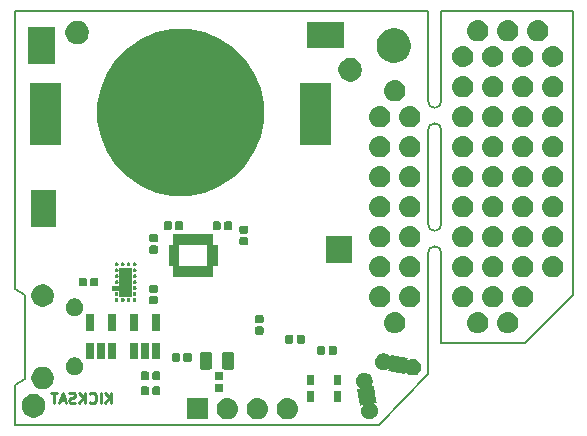
<source format=gbr>
%TF.GenerationSoftware,KiCad,Pcbnew,(6.0.0-rc1-dev-1614-ge850a482d)*%
%TF.CreationDate,2019-02-16T13:51:45-08:00*%
%TF.ProjectId,spriteSAMD,73707269-7465-4534-914d-442e6b696361,rev?*%
%TF.SameCoordinates,Original*%
%TF.FileFunction,Soldermask,Bot*%
%TF.FilePolarity,Negative*%
%FSLAX46Y46*%
G04 Gerber Fmt 4.6, Leading zero omitted, Abs format (unit mm)*
G04 Created by KiCad (PCBNEW (6.0.0-rc1-dev-1614-ge850a482d)) date 2019-02-16 13:51:45*
%MOMM*%
%LPD*%
G04 APERTURE LIST*
%ADD10C,0.100000*%
%ADD11C,0.025400*%
%ADD12C,0.150000*%
%ADD13C,0.222250*%
G04 APERTURE END LIST*
D10*
G36*
X91567000Y-98171000D02*
G01*
X90551000Y-98171000D01*
X90551000Y-97663000D01*
X89916000Y-97663000D01*
X89916000Y-97282000D01*
X90551000Y-97282000D01*
X90551000Y-95758000D01*
X91567000Y-95758000D01*
X91567000Y-98171000D01*
G37*
X91567000Y-98171000D02*
X90551000Y-98171000D01*
X90551000Y-97663000D01*
X89916000Y-97663000D01*
X89916000Y-97282000D01*
X90551000Y-97282000D01*
X90551000Y-95758000D01*
X91567000Y-95758000D01*
X91567000Y-98171000D01*
D11*
G36*
X110172500Y-95250000D02*
G01*
X108077000Y-95250000D01*
X108077000Y-93027500D01*
X110172500Y-93027500D01*
X110172500Y-95250000D01*
G37*
X110172500Y-95250000D02*
X108077000Y-95250000D01*
X108077000Y-93027500D01*
X110172500Y-93027500D01*
X110172500Y-95250000D01*
G36*
X109474000Y-77089000D02*
G01*
X106426000Y-77089000D01*
X106426000Y-74930000D01*
X109474000Y-74930000D01*
X109474000Y-77089000D01*
G37*
X109474000Y-77089000D02*
X106426000Y-77089000D01*
X106426000Y-74930000D01*
X109474000Y-74930000D01*
X109474000Y-77089000D01*
G36*
X85153500Y-92202000D02*
G01*
X83058000Y-92202000D01*
X83058000Y-89154000D01*
X85153500Y-89154000D01*
X85153500Y-92202000D01*
G37*
X85153500Y-92202000D02*
X83058000Y-92202000D01*
X83058000Y-89154000D01*
X85153500Y-89154000D01*
X85153500Y-92202000D01*
G36*
X85026500Y-78422500D02*
G01*
X82867500Y-78422500D01*
X82867500Y-75374500D01*
X85026500Y-75374500D01*
X85026500Y-78422500D01*
G37*
X85026500Y-78422500D02*
X82867500Y-78422500D01*
X82867500Y-75374500D01*
X85026500Y-75374500D01*
X85026500Y-78422500D01*
D12*
X116701044Y-84099400D02*
G75*
G02X117842556Y-84099400I570756J0D01*
G01*
X117842556Y-81635600D02*
G75*
G02X116701044Y-81635600I-570756J0D01*
G01*
X116701044Y-94513400D02*
G75*
G02X117842556Y-94513400I570756J0D01*
G01*
X117842556Y-92049600D02*
G75*
G02X116701044Y-92049600I-570756J0D01*
G01*
X116700300Y-104775000D02*
X112522000Y-109041600D01*
X117843300Y-84099400D02*
X117843300Y-92049600D01*
X117843300Y-74041000D02*
X117843300Y-81610200D01*
X117843300Y-94513400D02*
X117843300Y-102108000D01*
X116700300Y-104775000D02*
X116700300Y-94538800D01*
X116700300Y-92024200D02*
X116700300Y-84124800D01*
X116700300Y-81635600D02*
X116700300Y-74041000D01*
X124891800Y-102108000D02*
X117856000Y-102108000D01*
X128955800Y-98044000D02*
X124891800Y-102108000D01*
X128955800Y-74041600D02*
X128955800Y-98044000D01*
X117843300Y-74041000D02*
X128955800Y-74041000D01*
X82550000Y-98044000D02*
X81725100Y-97536000D01*
X82550000Y-105156000D02*
X81725100Y-105664000D01*
X81725100Y-105664000D02*
X81725100Y-109041600D01*
X82550000Y-98044000D02*
X82550000Y-105156000D01*
D13*
X89890070Y-107221866D02*
X89890070Y-106332866D01*
X89382070Y-107221866D02*
X89763070Y-106713866D01*
X89382070Y-106332866D02*
X89890070Y-106840866D01*
X89001070Y-107221866D02*
X89001070Y-106332866D01*
X88069737Y-107137200D02*
X88112070Y-107179533D01*
X88239070Y-107221866D01*
X88323737Y-107221866D01*
X88450737Y-107179533D01*
X88535404Y-107094866D01*
X88577737Y-107010200D01*
X88620070Y-106840866D01*
X88620070Y-106713866D01*
X88577737Y-106544533D01*
X88535404Y-106459866D01*
X88450737Y-106375200D01*
X88323737Y-106332866D01*
X88239070Y-106332866D01*
X88112070Y-106375200D01*
X88069737Y-106417533D01*
X87688737Y-107221866D02*
X87688737Y-106332866D01*
X87180737Y-107221866D02*
X87561737Y-106713866D01*
X87180737Y-106332866D02*
X87688737Y-106840866D01*
X86842070Y-107179533D02*
X86715070Y-107221866D01*
X86503404Y-107221866D01*
X86418737Y-107179533D01*
X86376404Y-107137200D01*
X86334070Y-107052533D01*
X86334070Y-106967866D01*
X86376404Y-106883200D01*
X86418737Y-106840866D01*
X86503404Y-106798533D01*
X86672737Y-106756200D01*
X86757404Y-106713866D01*
X86799737Y-106671533D01*
X86842070Y-106586866D01*
X86842070Y-106502200D01*
X86799737Y-106417533D01*
X86757404Y-106375200D01*
X86672737Y-106332866D01*
X86461070Y-106332866D01*
X86334070Y-106375200D01*
X85995404Y-106967866D02*
X85572070Y-106967866D01*
X86080070Y-107221866D02*
X85783737Y-106332866D01*
X85487404Y-107221866D01*
X85318070Y-106332866D02*
X84810070Y-106332866D01*
X85064070Y-107221866D02*
X85064070Y-106332866D01*
D12*
X81725100Y-109041600D02*
X112522000Y-109041600D01*
X116700300Y-74041600D02*
X81725100Y-74041600D01*
X81725100Y-74041600D02*
X81725100Y-97536000D01*
D10*
G36*
X104964288Y-106802234D02*
G01*
X104964291Y-106802235D01*
X105134088Y-106853742D01*
X105290578Y-106937388D01*
X105427743Y-107049957D01*
X105540312Y-107187122D01*
X105623958Y-107343612D01*
X105669575Y-107493992D01*
X105675466Y-107513412D01*
X105692858Y-107690000D01*
X105675466Y-107866588D01*
X105675465Y-107866591D01*
X105623958Y-108036388D01*
X105540312Y-108192878D01*
X105427743Y-108330043D01*
X105290578Y-108442612D01*
X105134088Y-108526258D01*
X104983708Y-108571875D01*
X104964288Y-108577766D01*
X104831949Y-108590800D01*
X104743451Y-108590800D01*
X104611112Y-108577766D01*
X104591692Y-108571875D01*
X104441312Y-108526258D01*
X104284822Y-108442612D01*
X104147657Y-108330043D01*
X104035088Y-108192878D01*
X103951442Y-108036388D01*
X103899935Y-107866591D01*
X103899934Y-107866588D01*
X103882542Y-107690000D01*
X103899934Y-107513412D01*
X103905825Y-107493992D01*
X103951442Y-107343612D01*
X104035088Y-107187122D01*
X104147657Y-107049957D01*
X104284822Y-106937388D01*
X104441312Y-106853742D01*
X104611109Y-106802235D01*
X104611112Y-106802234D01*
X104743451Y-106789200D01*
X104831949Y-106789200D01*
X104964288Y-106802234D01*
X104964288Y-106802234D01*
G37*
G36*
X102424288Y-106802234D02*
G01*
X102424291Y-106802235D01*
X102594088Y-106853742D01*
X102750578Y-106937388D01*
X102887743Y-107049957D01*
X103000312Y-107187122D01*
X103083958Y-107343612D01*
X103129575Y-107493992D01*
X103135466Y-107513412D01*
X103152858Y-107690000D01*
X103135466Y-107866588D01*
X103135465Y-107866591D01*
X103083958Y-108036388D01*
X103000312Y-108192878D01*
X102887743Y-108330043D01*
X102750578Y-108442612D01*
X102594088Y-108526258D01*
X102443708Y-108571875D01*
X102424288Y-108577766D01*
X102291949Y-108590800D01*
X102203451Y-108590800D01*
X102071112Y-108577766D01*
X102051692Y-108571875D01*
X101901312Y-108526258D01*
X101744822Y-108442612D01*
X101607657Y-108330043D01*
X101495088Y-108192878D01*
X101411442Y-108036388D01*
X101359935Y-107866591D01*
X101359934Y-107866588D01*
X101342542Y-107690000D01*
X101359934Y-107513412D01*
X101365825Y-107493992D01*
X101411442Y-107343612D01*
X101495088Y-107187122D01*
X101607657Y-107049957D01*
X101744822Y-106937388D01*
X101901312Y-106853742D01*
X102071109Y-106802235D01*
X102071112Y-106802234D01*
X102203451Y-106789200D01*
X102291949Y-106789200D01*
X102424288Y-106802234D01*
X102424288Y-106802234D01*
G37*
G36*
X98068500Y-108590800D02*
G01*
X96266900Y-108590800D01*
X96266900Y-106789200D01*
X98068500Y-106789200D01*
X98068500Y-108590800D01*
X98068500Y-108590800D01*
G37*
G36*
X99884288Y-106802234D02*
G01*
X99884291Y-106802235D01*
X100054088Y-106853742D01*
X100210578Y-106937388D01*
X100347743Y-107049957D01*
X100460312Y-107187122D01*
X100543958Y-107343612D01*
X100589575Y-107493992D01*
X100595466Y-107513412D01*
X100612858Y-107690000D01*
X100595466Y-107866588D01*
X100595465Y-107866591D01*
X100543958Y-108036388D01*
X100460312Y-108192878D01*
X100347743Y-108330043D01*
X100210578Y-108442612D01*
X100054088Y-108526258D01*
X99903708Y-108571875D01*
X99884288Y-108577766D01*
X99751949Y-108590800D01*
X99663451Y-108590800D01*
X99531112Y-108577766D01*
X99511692Y-108571875D01*
X99361312Y-108526258D01*
X99204822Y-108442612D01*
X99067657Y-108330043D01*
X98955088Y-108192878D01*
X98871442Y-108036388D01*
X98819935Y-107866591D01*
X98819934Y-107866588D01*
X98802542Y-107690000D01*
X98819934Y-107513412D01*
X98825825Y-107493992D01*
X98871442Y-107343612D01*
X98955088Y-107187122D01*
X99067657Y-107049957D01*
X99204822Y-106937388D01*
X99361312Y-106853742D01*
X99531109Y-106802235D01*
X99531112Y-106802234D01*
X99663451Y-106789200D01*
X99751949Y-106789200D01*
X99884288Y-106802234D01*
X99884288Y-106802234D01*
G37*
G36*
X111512016Y-104657025D02*
G01*
X111641446Y-104710637D01*
X111757930Y-104788469D01*
X111856992Y-104887531D01*
X111934824Y-105004015D01*
X111988436Y-105133445D01*
X112015767Y-105270847D01*
X112015767Y-105410941D01*
X111988436Y-105548343D01*
X111934824Y-105677773D01*
X111877421Y-105763683D01*
X111875076Y-105768070D01*
X111873631Y-105772835D01*
X111873143Y-105777790D01*
X111873631Y-105782745D01*
X111875076Y-105787510D01*
X111877424Y-105791901D01*
X111880582Y-105795750D01*
X111884431Y-105798909D01*
X111888822Y-105801256D01*
X111893587Y-105802701D01*
X111898542Y-105803189D01*
X111902952Y-105802803D01*
X111942952Y-105795750D01*
X112101997Y-105767706D01*
X112308244Y-106937389D01*
X112348994Y-107168497D01*
X112148876Y-107203783D01*
X112144085Y-107205123D01*
X112139644Y-107207374D01*
X112135727Y-107210448D01*
X112132485Y-107214227D01*
X112130043Y-107218566D01*
X112128494Y-107223298D01*
X112127898Y-107228241D01*
X112128278Y-107233206D01*
X112129619Y-107238001D01*
X112131870Y-107242442D01*
X112134944Y-107246359D01*
X112139176Y-107249911D01*
X112198996Y-107289881D01*
X112298058Y-107388943D01*
X112375890Y-107505427D01*
X112429502Y-107634857D01*
X112456833Y-107772259D01*
X112456833Y-107912353D01*
X112429502Y-108049755D01*
X112375890Y-108179185D01*
X112298058Y-108295669D01*
X112198996Y-108394731D01*
X112082512Y-108472563D01*
X111953082Y-108526175D01*
X111815680Y-108553506D01*
X111675586Y-108553506D01*
X111538184Y-108526175D01*
X111408754Y-108472563D01*
X111292270Y-108394731D01*
X111193208Y-108295669D01*
X111115376Y-108179185D01*
X111061764Y-108049755D01*
X111034433Y-107912353D01*
X111034433Y-107772259D01*
X111061764Y-107634857D01*
X111115376Y-107505427D01*
X111172779Y-107419517D01*
X111175124Y-107415130D01*
X111176569Y-107410365D01*
X111177057Y-107405410D01*
X111176569Y-107400455D01*
X111175124Y-107395690D01*
X111172776Y-107391299D01*
X111169618Y-107387450D01*
X111165769Y-107384291D01*
X111161378Y-107381944D01*
X111156613Y-107380499D01*
X111151658Y-107380011D01*
X111147248Y-107380397D01*
X111098787Y-107388942D01*
X110948203Y-107415494D01*
X110794324Y-106542800D01*
X110701206Y-106014704D01*
X110701206Y-106014703D01*
X110901324Y-105979417D01*
X110906115Y-105978077D01*
X110910556Y-105975826D01*
X110914473Y-105972752D01*
X110917715Y-105968973D01*
X110920157Y-105964634D01*
X110921706Y-105959902D01*
X110922302Y-105954959D01*
X110921922Y-105949994D01*
X110920581Y-105945199D01*
X110918330Y-105940758D01*
X110915256Y-105936841D01*
X110911024Y-105933289D01*
X110851204Y-105893319D01*
X110752142Y-105794257D01*
X110674310Y-105677773D01*
X110620698Y-105548343D01*
X110593367Y-105410941D01*
X110593367Y-105270847D01*
X110620698Y-105133445D01*
X110674310Y-105004015D01*
X110752142Y-104887531D01*
X110851204Y-104788469D01*
X110967688Y-104710637D01*
X111097118Y-104657025D01*
X111234520Y-104629694D01*
X111374614Y-104629694D01*
X111512016Y-104657025D01*
X111512016Y-104657025D01*
G37*
G36*
X83603689Y-106480429D02*
G01*
X83785678Y-106555811D01*
X83949463Y-106665249D01*
X84088751Y-106804537D01*
X84198189Y-106968322D01*
X84273571Y-107150311D01*
X84312000Y-107343509D01*
X84312000Y-107540491D01*
X84273571Y-107733689D01*
X84198189Y-107915678D01*
X84088751Y-108079463D01*
X83949463Y-108218751D01*
X83785678Y-108328189D01*
X83603689Y-108403571D01*
X83410491Y-108442000D01*
X83213509Y-108442000D01*
X83020311Y-108403571D01*
X82838322Y-108328189D01*
X82674537Y-108218751D01*
X82535249Y-108079463D01*
X82425811Y-107915678D01*
X82350429Y-107733689D01*
X82312000Y-107540491D01*
X82312000Y-107343509D01*
X82350429Y-107150311D01*
X82425811Y-106968322D01*
X82535249Y-106804537D01*
X82674537Y-106665249D01*
X82838322Y-106555811D01*
X83020311Y-106480429D01*
X83213509Y-106442000D01*
X83410491Y-106442000D01*
X83603689Y-106480429D01*
X83603689Y-106480429D01*
G37*
G36*
X107050000Y-107144600D02*
G01*
X106448400Y-107144600D01*
X106448400Y-106218000D01*
X107050000Y-106218000D01*
X107050000Y-107144600D01*
X107050000Y-107144600D01*
G37*
G36*
X109350000Y-107144600D02*
G01*
X108748400Y-107144600D01*
X108748400Y-106218000D01*
X109350000Y-106218000D01*
X109350000Y-107144600D01*
X109350000Y-107144600D01*
G37*
G36*
X92949833Y-105804399D02*
G01*
X92979857Y-105813507D01*
X93007533Y-105828300D01*
X93031791Y-105848209D01*
X93051700Y-105872467D01*
X93066493Y-105900143D01*
X93075601Y-105930167D01*
X93078800Y-105962650D01*
X93078800Y-106381350D01*
X93075601Y-106413833D01*
X93066493Y-106443857D01*
X93051700Y-106471533D01*
X93031791Y-106495791D01*
X93007533Y-106515700D01*
X92979857Y-106530493D01*
X92949833Y-106539601D01*
X92917350Y-106542800D01*
X92548650Y-106542800D01*
X92516167Y-106539601D01*
X92486143Y-106530493D01*
X92458467Y-106515700D01*
X92434209Y-106495791D01*
X92414300Y-106471533D01*
X92399507Y-106443857D01*
X92390399Y-106413833D01*
X92387200Y-106381350D01*
X92387200Y-105962650D01*
X92390399Y-105930167D01*
X92399507Y-105900143D01*
X92414300Y-105872467D01*
X92434209Y-105848209D01*
X92458467Y-105828300D01*
X92486143Y-105813507D01*
X92516167Y-105804399D01*
X92548650Y-105801200D01*
X92917350Y-105801200D01*
X92949833Y-105804399D01*
X92949833Y-105804399D01*
G37*
G36*
X93919833Y-105804399D02*
G01*
X93949857Y-105813507D01*
X93977533Y-105828300D01*
X94001791Y-105848209D01*
X94021700Y-105872467D01*
X94036493Y-105900143D01*
X94045601Y-105930167D01*
X94048800Y-105962650D01*
X94048800Y-106381350D01*
X94045601Y-106413833D01*
X94036493Y-106443857D01*
X94021700Y-106471533D01*
X94001791Y-106495791D01*
X93977533Y-106515700D01*
X93949857Y-106530493D01*
X93919833Y-106539601D01*
X93887350Y-106542800D01*
X93518650Y-106542800D01*
X93486167Y-106539601D01*
X93456143Y-106530493D01*
X93428467Y-106515700D01*
X93404209Y-106495791D01*
X93384300Y-106471533D01*
X93369507Y-106443857D01*
X93360399Y-106413833D01*
X93357200Y-106381350D01*
X93357200Y-105962650D01*
X93360399Y-105930167D01*
X93369507Y-105900143D01*
X93384300Y-105872467D01*
X93404209Y-105848209D01*
X93428467Y-105828300D01*
X93456143Y-105813507D01*
X93486167Y-105804399D01*
X93518650Y-105801200D01*
X93887350Y-105801200D01*
X93919833Y-105804399D01*
X93919833Y-105804399D01*
G37*
G36*
X99251033Y-105565099D02*
G01*
X99281057Y-105574207D01*
X99308733Y-105589000D01*
X99332991Y-105608909D01*
X99352900Y-105633167D01*
X99367693Y-105660843D01*
X99376801Y-105690867D01*
X99380000Y-105723350D01*
X99380000Y-106092050D01*
X99376801Y-106124533D01*
X99367693Y-106154557D01*
X99352900Y-106182233D01*
X99332991Y-106206491D01*
X99308733Y-106226400D01*
X99281057Y-106241193D01*
X99251033Y-106250301D01*
X99218550Y-106253500D01*
X98799850Y-106253500D01*
X98767367Y-106250301D01*
X98737343Y-106241193D01*
X98709667Y-106226400D01*
X98685409Y-106206491D01*
X98665500Y-106182233D01*
X98650707Y-106154557D01*
X98641599Y-106124533D01*
X98638400Y-106092050D01*
X98638400Y-105723350D01*
X98641599Y-105690867D01*
X98650707Y-105660843D01*
X98665500Y-105633167D01*
X98685409Y-105608909D01*
X98709667Y-105589000D01*
X98737343Y-105574207D01*
X98767367Y-105565099D01*
X98799850Y-105561900D01*
X99218550Y-105561900D01*
X99251033Y-105565099D01*
X99251033Y-105565099D01*
G37*
G36*
X84351338Y-104185738D02*
G01*
X84524373Y-104257412D01*
X84680100Y-104361465D01*
X84812535Y-104493900D01*
X84916588Y-104649627D01*
X84988262Y-104822662D01*
X85024800Y-105006354D01*
X85024800Y-105193646D01*
X84988262Y-105377338D01*
X84916588Y-105550373D01*
X84812535Y-105706100D01*
X84680100Y-105838535D01*
X84524373Y-105942588D01*
X84351338Y-106014262D01*
X84167646Y-106050800D01*
X83980354Y-106050800D01*
X83796662Y-106014262D01*
X83623627Y-105942588D01*
X83467900Y-105838535D01*
X83335465Y-105706100D01*
X83231412Y-105550373D01*
X83159738Y-105377338D01*
X83123200Y-105193646D01*
X83123200Y-105006354D01*
X83159738Y-104822662D01*
X83231412Y-104649627D01*
X83335465Y-104493900D01*
X83467900Y-104361465D01*
X83623627Y-104257412D01*
X83796662Y-104185738D01*
X83980354Y-104149200D01*
X84167646Y-104149200D01*
X84351338Y-104185738D01*
X84351338Y-104185738D01*
G37*
G36*
X109350000Y-105719600D02*
G01*
X108748400Y-105719600D01*
X108748400Y-104793000D01*
X109350000Y-104793000D01*
X109350000Y-105719600D01*
X109350000Y-105719600D01*
G37*
G36*
X107050000Y-105719600D02*
G01*
X106448400Y-105719600D01*
X106448400Y-104793000D01*
X107050000Y-104793000D01*
X107050000Y-105719600D01*
X107050000Y-105719600D01*
G37*
G36*
X99251033Y-104595099D02*
G01*
X99281057Y-104604207D01*
X99308733Y-104619000D01*
X99332991Y-104638909D01*
X99352900Y-104663167D01*
X99367693Y-104690843D01*
X99376801Y-104720867D01*
X99380000Y-104753350D01*
X99380000Y-105122050D01*
X99376801Y-105154533D01*
X99367693Y-105184557D01*
X99352900Y-105212233D01*
X99332991Y-105236491D01*
X99308733Y-105256400D01*
X99281057Y-105271193D01*
X99251033Y-105280301D01*
X99218550Y-105283500D01*
X98799850Y-105283500D01*
X98767367Y-105280301D01*
X98737343Y-105271193D01*
X98709667Y-105256400D01*
X98685409Y-105236491D01*
X98665500Y-105212233D01*
X98650707Y-105184557D01*
X98641599Y-105154533D01*
X98638400Y-105122050D01*
X98638400Y-104753350D01*
X98641599Y-104720867D01*
X98650707Y-104690843D01*
X98665500Y-104663167D01*
X98685409Y-104638909D01*
X98709667Y-104619000D01*
X98737343Y-104604207D01*
X98767367Y-104595099D01*
X98799850Y-104591900D01*
X99218550Y-104591900D01*
X99251033Y-104595099D01*
X99251033Y-104595099D01*
G37*
G36*
X93919833Y-104534399D02*
G01*
X93949857Y-104543507D01*
X93977533Y-104558300D01*
X94001791Y-104578209D01*
X94021700Y-104602467D01*
X94036493Y-104630143D01*
X94045601Y-104660167D01*
X94048800Y-104692650D01*
X94048800Y-105111350D01*
X94045601Y-105143833D01*
X94036493Y-105173857D01*
X94021700Y-105201533D01*
X94001791Y-105225791D01*
X93977533Y-105245700D01*
X93949857Y-105260493D01*
X93919833Y-105269601D01*
X93887350Y-105272800D01*
X93518650Y-105272800D01*
X93486167Y-105269601D01*
X93456143Y-105260493D01*
X93428467Y-105245700D01*
X93404209Y-105225791D01*
X93384300Y-105201533D01*
X93369507Y-105173857D01*
X93360399Y-105143833D01*
X93357200Y-105111350D01*
X93357200Y-104692650D01*
X93360399Y-104660167D01*
X93369507Y-104630143D01*
X93384300Y-104602467D01*
X93404209Y-104578209D01*
X93428467Y-104558300D01*
X93456143Y-104543507D01*
X93486167Y-104534399D01*
X93518650Y-104531200D01*
X93887350Y-104531200D01*
X93919833Y-104534399D01*
X93919833Y-104534399D01*
G37*
G36*
X92949833Y-104534399D02*
G01*
X92979857Y-104543507D01*
X93007533Y-104558300D01*
X93031791Y-104578209D01*
X93051700Y-104602467D01*
X93066493Y-104630143D01*
X93075601Y-104660167D01*
X93078800Y-104692650D01*
X93078800Y-105111350D01*
X93075601Y-105143833D01*
X93066493Y-105173857D01*
X93051700Y-105201533D01*
X93031791Y-105225791D01*
X93007533Y-105245700D01*
X92979857Y-105260493D01*
X92949833Y-105269601D01*
X92917350Y-105272800D01*
X92548650Y-105272800D01*
X92516167Y-105269601D01*
X92486143Y-105260493D01*
X92458467Y-105245700D01*
X92434209Y-105225791D01*
X92414300Y-105201533D01*
X92399507Y-105173857D01*
X92390399Y-105143833D01*
X92387200Y-105111350D01*
X92387200Y-104692650D01*
X92390399Y-104660167D01*
X92399507Y-104630143D01*
X92414300Y-104602467D01*
X92434209Y-104578209D01*
X92458467Y-104558300D01*
X92486143Y-104543507D01*
X92516167Y-104534399D01*
X92548650Y-104531200D01*
X92917350Y-104531200D01*
X92949833Y-104534399D01*
X92949833Y-104534399D01*
G37*
G36*
X113131843Y-103037198D02*
G01*
X113261273Y-103090810D01*
X113377757Y-103168642D01*
X113476819Y-103267704D01*
X113516790Y-103327525D01*
X113519945Y-103331369D01*
X113523794Y-103334527D01*
X113528185Y-103336875D01*
X113532950Y-103338320D01*
X113537905Y-103338808D01*
X113542860Y-103338320D01*
X113547625Y-103336875D01*
X113552016Y-103334528D01*
X113555865Y-103331369D01*
X113559023Y-103327520D01*
X113561371Y-103323129D01*
X113562918Y-103317820D01*
X113598203Y-103117706D01*
X113598204Y-103117706D01*
X114998994Y-103364703D01*
X114963897Y-103563748D01*
X114963517Y-103568712D01*
X114964113Y-103573655D01*
X114965662Y-103578387D01*
X114968104Y-103582726D01*
X114971346Y-103586505D01*
X114975263Y-103589579D01*
X114979704Y-103591830D01*
X114984500Y-103593171D01*
X114989464Y-103593551D01*
X114994407Y-103592955D01*
X114999139Y-103591406D01*
X115003017Y-103589279D01*
X115088927Y-103531876D01*
X115218357Y-103478264D01*
X115355759Y-103450933D01*
X115495853Y-103450933D01*
X115633255Y-103478264D01*
X115762685Y-103531876D01*
X115879169Y-103609708D01*
X115978231Y-103708770D01*
X116056063Y-103825254D01*
X116109675Y-103954684D01*
X116137006Y-104092086D01*
X116137006Y-104232180D01*
X116109675Y-104369582D01*
X116056063Y-104499012D01*
X115978231Y-104615496D01*
X115879169Y-104714558D01*
X115762685Y-104792390D01*
X115633255Y-104846002D01*
X115495853Y-104873333D01*
X115355759Y-104873333D01*
X115218357Y-104846002D01*
X115088927Y-104792390D01*
X114972443Y-104714558D01*
X114873381Y-104615496D01*
X114833410Y-104555675D01*
X114830255Y-104551831D01*
X114826406Y-104548673D01*
X114822015Y-104546325D01*
X114817250Y-104544880D01*
X114812295Y-104544392D01*
X114807340Y-104544880D01*
X114802575Y-104546325D01*
X114798184Y-104548672D01*
X114794335Y-104551831D01*
X114791177Y-104555680D01*
X114788829Y-104560071D01*
X114787283Y-104565376D01*
X114751997Y-104765494D01*
X114751996Y-104765494D01*
X113351206Y-104518497D01*
X113386303Y-104319452D01*
X113386683Y-104314488D01*
X113386087Y-104309545D01*
X113384538Y-104304813D01*
X113382096Y-104300474D01*
X113378854Y-104296695D01*
X113374937Y-104293621D01*
X113370496Y-104291370D01*
X113365700Y-104290029D01*
X113360736Y-104289649D01*
X113355793Y-104290245D01*
X113351061Y-104291794D01*
X113347183Y-104293921D01*
X113261273Y-104351324D01*
X113131843Y-104404936D01*
X112994441Y-104432267D01*
X112854347Y-104432267D01*
X112716945Y-104404936D01*
X112587515Y-104351324D01*
X112471031Y-104273492D01*
X112371969Y-104174430D01*
X112294137Y-104057946D01*
X112240525Y-103928516D01*
X112213194Y-103791114D01*
X112213194Y-103651020D01*
X112240525Y-103513618D01*
X112294137Y-103384188D01*
X112371969Y-103267704D01*
X112471031Y-103168642D01*
X112587515Y-103090810D01*
X112716945Y-103037198D01*
X112854347Y-103009867D01*
X112994441Y-103009867D01*
X113131843Y-103037198D01*
X113131843Y-103037198D01*
G37*
G36*
X86994167Y-103374207D02*
G01*
X87131532Y-103431105D01*
X87255157Y-103513709D01*
X87360291Y-103618843D01*
X87442895Y-103742468D01*
X87499793Y-103879833D01*
X87528800Y-104025659D01*
X87528800Y-104174341D01*
X87499793Y-104320167D01*
X87442895Y-104457532D01*
X87360291Y-104581157D01*
X87255157Y-104686291D01*
X87131532Y-104768895D01*
X86994167Y-104825793D01*
X86848341Y-104854800D01*
X86699659Y-104854800D01*
X86553833Y-104825793D01*
X86416468Y-104768895D01*
X86292843Y-104686291D01*
X86187709Y-104581157D01*
X86105105Y-104457532D01*
X86048207Y-104320167D01*
X86019200Y-104174341D01*
X86019200Y-104025659D01*
X86048207Y-103879833D01*
X86105105Y-103742468D01*
X86187709Y-103618843D01*
X86292843Y-103513709D01*
X86416468Y-103431105D01*
X86553833Y-103374207D01*
X86699659Y-103345200D01*
X86848341Y-103345200D01*
X86994167Y-103374207D01*
X86994167Y-103374207D01*
G37*
G36*
X98228060Y-102886249D02*
G01*
X98276141Y-102900833D01*
X98320457Y-102924521D01*
X98359300Y-102956400D01*
X98391179Y-102995243D01*
X98414867Y-103039559D01*
X98429451Y-103087640D01*
X98434500Y-103138901D01*
X98434500Y-104125099D01*
X98429451Y-104176360D01*
X98414867Y-104224441D01*
X98391179Y-104268757D01*
X98359300Y-104307600D01*
X98320457Y-104339479D01*
X98276141Y-104363167D01*
X98228060Y-104377751D01*
X98176799Y-104382800D01*
X97615601Y-104382800D01*
X97564340Y-104377751D01*
X97516259Y-104363167D01*
X97471943Y-104339479D01*
X97433100Y-104307600D01*
X97401221Y-104268757D01*
X97377533Y-104224441D01*
X97362949Y-104176360D01*
X97357900Y-104125099D01*
X97357900Y-103138901D01*
X97362949Y-103087640D01*
X97377533Y-103039559D01*
X97401221Y-102995243D01*
X97433100Y-102956400D01*
X97471943Y-102924521D01*
X97516259Y-102900833D01*
X97564340Y-102886249D01*
X97615601Y-102881200D01*
X98176799Y-102881200D01*
X98228060Y-102886249D01*
X98228060Y-102886249D01*
G37*
G36*
X100103060Y-102886249D02*
G01*
X100151141Y-102900833D01*
X100195457Y-102924521D01*
X100234300Y-102956400D01*
X100266179Y-102995243D01*
X100289867Y-103039559D01*
X100304451Y-103087640D01*
X100309500Y-103138901D01*
X100309500Y-104125099D01*
X100304451Y-104176360D01*
X100289867Y-104224441D01*
X100266179Y-104268757D01*
X100234300Y-104307600D01*
X100195457Y-104339479D01*
X100151141Y-104363167D01*
X100103060Y-104377751D01*
X100051799Y-104382800D01*
X99490601Y-104382800D01*
X99439340Y-104377751D01*
X99391259Y-104363167D01*
X99346943Y-104339479D01*
X99308100Y-104307600D01*
X99276221Y-104268757D01*
X99252533Y-104224441D01*
X99237949Y-104176360D01*
X99232900Y-104125099D01*
X99232900Y-103138901D01*
X99237949Y-103087640D01*
X99252533Y-103039559D01*
X99276221Y-102995243D01*
X99308100Y-102956400D01*
X99346943Y-102924521D01*
X99391259Y-102900833D01*
X99439340Y-102886249D01*
X99490601Y-102881200D01*
X100051799Y-102881200D01*
X100103060Y-102886249D01*
X100103060Y-102886249D01*
G37*
G36*
X95586353Y-102967219D02*
G01*
X95616377Y-102976327D01*
X95644053Y-102991120D01*
X95668311Y-103011029D01*
X95688220Y-103035287D01*
X95703013Y-103062963D01*
X95712121Y-103092987D01*
X95715320Y-103125470D01*
X95715320Y-103544170D01*
X95712121Y-103576653D01*
X95703013Y-103606677D01*
X95688220Y-103634353D01*
X95668311Y-103658611D01*
X95644053Y-103678520D01*
X95616377Y-103693313D01*
X95586353Y-103702421D01*
X95553870Y-103705620D01*
X95185170Y-103705620D01*
X95152687Y-103702421D01*
X95122663Y-103693313D01*
X95094987Y-103678520D01*
X95070729Y-103658611D01*
X95050820Y-103634353D01*
X95036027Y-103606677D01*
X95026919Y-103576653D01*
X95023720Y-103544170D01*
X95023720Y-103125470D01*
X95026919Y-103092987D01*
X95036027Y-103062963D01*
X95050820Y-103035287D01*
X95070729Y-103011029D01*
X95094987Y-102991120D01*
X95122663Y-102976327D01*
X95152687Y-102967219D01*
X95185170Y-102964020D01*
X95553870Y-102964020D01*
X95586353Y-102967219D01*
X95586353Y-102967219D01*
G37*
G36*
X96556353Y-102967219D02*
G01*
X96586377Y-102976327D01*
X96614053Y-102991120D01*
X96638311Y-103011029D01*
X96658220Y-103035287D01*
X96673013Y-103062963D01*
X96682121Y-103092987D01*
X96685320Y-103125470D01*
X96685320Y-103544170D01*
X96682121Y-103576653D01*
X96673013Y-103606677D01*
X96658220Y-103634353D01*
X96638311Y-103658611D01*
X96614053Y-103678520D01*
X96586377Y-103693313D01*
X96556353Y-103702421D01*
X96523870Y-103705620D01*
X96155170Y-103705620D01*
X96122687Y-103702421D01*
X96092663Y-103693313D01*
X96064987Y-103678520D01*
X96040729Y-103658611D01*
X96020820Y-103634353D01*
X96006027Y-103606677D01*
X95996919Y-103576653D01*
X95993720Y-103544170D01*
X95993720Y-103125470D01*
X95996919Y-103092987D01*
X96006027Y-103062963D01*
X96020820Y-103035287D01*
X96040729Y-103011029D01*
X96064987Y-102991120D01*
X96092663Y-102976327D01*
X96122687Y-102967219D01*
X96155170Y-102964020D01*
X96523870Y-102964020D01*
X96556353Y-102967219D01*
X96556353Y-102967219D01*
G37*
G36*
X92113100Y-103505000D02*
G01*
X91452700Y-103505000D01*
X91452700Y-102133400D01*
X92113100Y-102133400D01*
X92113100Y-103505000D01*
X92113100Y-103505000D01*
G37*
G36*
X88386920Y-103505000D02*
G01*
X87726520Y-103505000D01*
X87726520Y-102133400D01*
X88386920Y-102133400D01*
X88386920Y-103505000D01*
X88386920Y-103505000D01*
G37*
G36*
X89339420Y-103505000D02*
G01*
X88679020Y-103505000D01*
X88679020Y-102133400D01*
X89339420Y-102133400D01*
X89339420Y-103505000D01*
X89339420Y-103505000D01*
G37*
G36*
X90291920Y-103505000D02*
G01*
X89631520Y-103505000D01*
X89631520Y-102133400D01*
X90291920Y-102133400D01*
X90291920Y-103505000D01*
X90291920Y-103505000D01*
G37*
G36*
X93065600Y-103505000D02*
G01*
X92405200Y-103505000D01*
X92405200Y-102133400D01*
X93065600Y-102133400D01*
X93065600Y-103505000D01*
X93065600Y-103505000D01*
G37*
G36*
X94018100Y-103505000D02*
G01*
X93357700Y-103505000D01*
X93357700Y-102133400D01*
X94018100Y-102133400D01*
X94018100Y-103505000D01*
X94018100Y-103505000D01*
G37*
G36*
X107878473Y-102378399D02*
G01*
X107908497Y-102387507D01*
X107936173Y-102402300D01*
X107960431Y-102422209D01*
X107980340Y-102446467D01*
X107995133Y-102474143D01*
X108004241Y-102504167D01*
X108007440Y-102536650D01*
X108007440Y-102955350D01*
X108004241Y-102987833D01*
X107995133Y-103017857D01*
X107980340Y-103045533D01*
X107960431Y-103069791D01*
X107936173Y-103089700D01*
X107908497Y-103104493D01*
X107878473Y-103113601D01*
X107845990Y-103116800D01*
X107477290Y-103116800D01*
X107444807Y-103113601D01*
X107414783Y-103104493D01*
X107387107Y-103089700D01*
X107362849Y-103069791D01*
X107342940Y-103045533D01*
X107328147Y-103017857D01*
X107319039Y-102987833D01*
X107315840Y-102955350D01*
X107315840Y-102536650D01*
X107319039Y-102504167D01*
X107328147Y-102474143D01*
X107342940Y-102446467D01*
X107362849Y-102422209D01*
X107387107Y-102402300D01*
X107414783Y-102387507D01*
X107444807Y-102378399D01*
X107477290Y-102375200D01*
X107845990Y-102375200D01*
X107878473Y-102378399D01*
X107878473Y-102378399D01*
G37*
G36*
X108848473Y-102378399D02*
G01*
X108878497Y-102387507D01*
X108906173Y-102402300D01*
X108930431Y-102422209D01*
X108950340Y-102446467D01*
X108965133Y-102474143D01*
X108974241Y-102504167D01*
X108977440Y-102536650D01*
X108977440Y-102955350D01*
X108974241Y-102987833D01*
X108965133Y-103017857D01*
X108950340Y-103045533D01*
X108930431Y-103069791D01*
X108906173Y-103089700D01*
X108878497Y-103104493D01*
X108848473Y-103113601D01*
X108815990Y-103116800D01*
X108447290Y-103116800D01*
X108414807Y-103113601D01*
X108384783Y-103104493D01*
X108357107Y-103089700D01*
X108332849Y-103069791D01*
X108312940Y-103045533D01*
X108298147Y-103017857D01*
X108289039Y-102987833D01*
X108285840Y-102955350D01*
X108285840Y-102536650D01*
X108289039Y-102504167D01*
X108298147Y-102474143D01*
X108312940Y-102446467D01*
X108332849Y-102422209D01*
X108357107Y-102402300D01*
X108384783Y-102387507D01*
X108414807Y-102378399D01*
X108447290Y-102375200D01*
X108815990Y-102375200D01*
X108848473Y-102378399D01*
X108848473Y-102378399D01*
G37*
G36*
X105161833Y-101432399D02*
G01*
X105191857Y-101441507D01*
X105219533Y-101456300D01*
X105243791Y-101476209D01*
X105263700Y-101500467D01*
X105278493Y-101528143D01*
X105287601Y-101558167D01*
X105290800Y-101590650D01*
X105290800Y-102009350D01*
X105287601Y-102041833D01*
X105278493Y-102071857D01*
X105263700Y-102099533D01*
X105243791Y-102123791D01*
X105219533Y-102143700D01*
X105191857Y-102158493D01*
X105161833Y-102167601D01*
X105129350Y-102170800D01*
X104760650Y-102170800D01*
X104728167Y-102167601D01*
X104698143Y-102158493D01*
X104670467Y-102143700D01*
X104646209Y-102123791D01*
X104626300Y-102099533D01*
X104611507Y-102071857D01*
X104602399Y-102041833D01*
X104599200Y-102009350D01*
X104599200Y-101590650D01*
X104602399Y-101558167D01*
X104611507Y-101528143D01*
X104626300Y-101500467D01*
X104646209Y-101476209D01*
X104670467Y-101456300D01*
X104698143Y-101441507D01*
X104728167Y-101432399D01*
X104760650Y-101429200D01*
X105129350Y-101429200D01*
X105161833Y-101432399D01*
X105161833Y-101432399D01*
G37*
G36*
X106131833Y-101432399D02*
G01*
X106161857Y-101441507D01*
X106189533Y-101456300D01*
X106213791Y-101476209D01*
X106233700Y-101500467D01*
X106248493Y-101528143D01*
X106257601Y-101558167D01*
X106260800Y-101590650D01*
X106260800Y-102009350D01*
X106257601Y-102041833D01*
X106248493Y-102071857D01*
X106233700Y-102099533D01*
X106213791Y-102123791D01*
X106189533Y-102143700D01*
X106161857Y-102158493D01*
X106131833Y-102167601D01*
X106099350Y-102170800D01*
X105730650Y-102170800D01*
X105698167Y-102167601D01*
X105668143Y-102158493D01*
X105640467Y-102143700D01*
X105616209Y-102123791D01*
X105596300Y-102099533D01*
X105581507Y-102071857D01*
X105572399Y-102041833D01*
X105569200Y-102009350D01*
X105569200Y-101590650D01*
X105572399Y-101558167D01*
X105581507Y-101528143D01*
X105596300Y-101500467D01*
X105616209Y-101476209D01*
X105640467Y-101456300D01*
X105668143Y-101441507D01*
X105698167Y-101432399D01*
X105730650Y-101429200D01*
X106099350Y-101429200D01*
X106131833Y-101432399D01*
X106131833Y-101432399D01*
G37*
G36*
X102654633Y-100726399D02*
G01*
X102684657Y-100735507D01*
X102712333Y-100750300D01*
X102736591Y-100770209D01*
X102756500Y-100794467D01*
X102771293Y-100822143D01*
X102780401Y-100852167D01*
X102783600Y-100884650D01*
X102783600Y-101253350D01*
X102780401Y-101285833D01*
X102771293Y-101315857D01*
X102756500Y-101343533D01*
X102736591Y-101367791D01*
X102712333Y-101387700D01*
X102684657Y-101402493D01*
X102654633Y-101411601D01*
X102622150Y-101414800D01*
X102203450Y-101414800D01*
X102170967Y-101411601D01*
X102140943Y-101402493D01*
X102113267Y-101387700D01*
X102089009Y-101367791D01*
X102069100Y-101343533D01*
X102054307Y-101315857D01*
X102045199Y-101285833D01*
X102042000Y-101253350D01*
X102042000Y-100884650D01*
X102045199Y-100852167D01*
X102054307Y-100822143D01*
X102069100Y-100794467D01*
X102089009Y-100770209D01*
X102113267Y-100750300D01*
X102140943Y-100735507D01*
X102170967Y-100726399D01*
X102203450Y-100723200D01*
X102622150Y-100723200D01*
X102654633Y-100726399D01*
X102654633Y-100726399D01*
G37*
G36*
X121093288Y-99508338D02*
G01*
X121093291Y-99508339D01*
X121263088Y-99559846D01*
X121419578Y-99643492D01*
X121556743Y-99756061D01*
X121669312Y-99893226D01*
X121752958Y-100049716D01*
X121798575Y-100200096D01*
X121804466Y-100219516D01*
X121821858Y-100396104D01*
X121804466Y-100572692D01*
X121804465Y-100572695D01*
X121752958Y-100742492D01*
X121669312Y-100898982D01*
X121556743Y-101036147D01*
X121419578Y-101148716D01*
X121263088Y-101232362D01*
X121120448Y-101275631D01*
X121093288Y-101283870D01*
X120960949Y-101296904D01*
X120872451Y-101296904D01*
X120740112Y-101283870D01*
X120712952Y-101275631D01*
X120570312Y-101232362D01*
X120413822Y-101148716D01*
X120276657Y-101036147D01*
X120164088Y-100898982D01*
X120080442Y-100742492D01*
X120028935Y-100572695D01*
X120028934Y-100572692D01*
X120011542Y-100396104D01*
X120028934Y-100219516D01*
X120034825Y-100200096D01*
X120080442Y-100049716D01*
X120164088Y-99893226D01*
X120276657Y-99756061D01*
X120413822Y-99643492D01*
X120570312Y-99559846D01*
X120740109Y-99508339D01*
X120740112Y-99508338D01*
X120872451Y-99495304D01*
X120960949Y-99495304D01*
X121093288Y-99508338D01*
X121093288Y-99508338D01*
G37*
G36*
X123633288Y-99508338D02*
G01*
X123633291Y-99508339D01*
X123803088Y-99559846D01*
X123959578Y-99643492D01*
X124096743Y-99756061D01*
X124209312Y-99893226D01*
X124292958Y-100049716D01*
X124338575Y-100200096D01*
X124344466Y-100219516D01*
X124361858Y-100396104D01*
X124344466Y-100572692D01*
X124344465Y-100572695D01*
X124292958Y-100742492D01*
X124209312Y-100898982D01*
X124096743Y-101036147D01*
X123959578Y-101148716D01*
X123803088Y-101232362D01*
X123660448Y-101275631D01*
X123633288Y-101283870D01*
X123500949Y-101296904D01*
X123412451Y-101296904D01*
X123280112Y-101283870D01*
X123252952Y-101275631D01*
X123110312Y-101232362D01*
X122953822Y-101148716D01*
X122816657Y-101036147D01*
X122704088Y-100898982D01*
X122620442Y-100742492D01*
X122568935Y-100572695D01*
X122568934Y-100572692D01*
X122551542Y-100396104D01*
X122568934Y-100219516D01*
X122574825Y-100200096D01*
X122620442Y-100049716D01*
X122704088Y-99893226D01*
X122816657Y-99756061D01*
X122953822Y-99643492D01*
X123110312Y-99559846D01*
X123280109Y-99508339D01*
X123280112Y-99508338D01*
X123412451Y-99495304D01*
X123500949Y-99495304D01*
X123633288Y-99508338D01*
X123633288Y-99508338D01*
G37*
G36*
X114057488Y-99508338D02*
G01*
X114057491Y-99508339D01*
X114227288Y-99559846D01*
X114383778Y-99643492D01*
X114520943Y-99756061D01*
X114633512Y-99893226D01*
X114717158Y-100049716D01*
X114762775Y-100200096D01*
X114768666Y-100219516D01*
X114786058Y-100396104D01*
X114768666Y-100572692D01*
X114768665Y-100572695D01*
X114717158Y-100742492D01*
X114633512Y-100898982D01*
X114520943Y-101036147D01*
X114383778Y-101148716D01*
X114227288Y-101232362D01*
X114084648Y-101275631D01*
X114057488Y-101283870D01*
X113925149Y-101296904D01*
X113836651Y-101296904D01*
X113704312Y-101283870D01*
X113677152Y-101275631D01*
X113534512Y-101232362D01*
X113378022Y-101148716D01*
X113240857Y-101036147D01*
X113128288Y-100898982D01*
X113044642Y-100742492D01*
X112993135Y-100572695D01*
X112993134Y-100572692D01*
X112975742Y-100396104D01*
X112993134Y-100219516D01*
X112999025Y-100200096D01*
X113044642Y-100049716D01*
X113128288Y-99893226D01*
X113240857Y-99756061D01*
X113378022Y-99643492D01*
X113534512Y-99559846D01*
X113704309Y-99508339D01*
X113704312Y-99508338D01*
X113836651Y-99495304D01*
X113925149Y-99495304D01*
X114057488Y-99508338D01*
X114057488Y-99508338D01*
G37*
G36*
X94018100Y-101066600D02*
G01*
X93357700Y-101066600D01*
X93357700Y-99695000D01*
X94018100Y-99695000D01*
X94018100Y-101066600D01*
X94018100Y-101066600D01*
G37*
G36*
X90291920Y-101066600D02*
G01*
X89631520Y-101066600D01*
X89631520Y-99695000D01*
X90291920Y-99695000D01*
X90291920Y-101066600D01*
X90291920Y-101066600D01*
G37*
G36*
X88386920Y-101066600D02*
G01*
X87726520Y-101066600D01*
X87726520Y-99695000D01*
X88386920Y-99695000D01*
X88386920Y-101066600D01*
X88386920Y-101066600D01*
G37*
G36*
X92113100Y-101066600D02*
G01*
X91452700Y-101066600D01*
X91452700Y-99695000D01*
X92113100Y-99695000D01*
X92113100Y-101066600D01*
X92113100Y-101066600D01*
G37*
G36*
X102654633Y-99756399D02*
G01*
X102684657Y-99765507D01*
X102712333Y-99780300D01*
X102736591Y-99800209D01*
X102756500Y-99824467D01*
X102771293Y-99852143D01*
X102780401Y-99882167D01*
X102783600Y-99914650D01*
X102783600Y-100283350D01*
X102780401Y-100315833D01*
X102771293Y-100345857D01*
X102756500Y-100373533D01*
X102736591Y-100397791D01*
X102712333Y-100417700D01*
X102684657Y-100432493D01*
X102654633Y-100441601D01*
X102622150Y-100444800D01*
X102203450Y-100444800D01*
X102170967Y-100441601D01*
X102140943Y-100432493D01*
X102113267Y-100417700D01*
X102089009Y-100397791D01*
X102069100Y-100373533D01*
X102054307Y-100345857D01*
X102045199Y-100315833D01*
X102042000Y-100283350D01*
X102042000Y-99914650D01*
X102045199Y-99882167D01*
X102054307Y-99852143D01*
X102069100Y-99824467D01*
X102089009Y-99800209D01*
X102113267Y-99780300D01*
X102140943Y-99765507D01*
X102170967Y-99756399D01*
X102203450Y-99753200D01*
X102622150Y-99753200D01*
X102654633Y-99756399D01*
X102654633Y-99756399D01*
G37*
G36*
X86994167Y-98374207D02*
G01*
X87131532Y-98431105D01*
X87255157Y-98513709D01*
X87360291Y-98618843D01*
X87442895Y-98742468D01*
X87499793Y-98879833D01*
X87528800Y-99025659D01*
X87528800Y-99174341D01*
X87499793Y-99320167D01*
X87442895Y-99457532D01*
X87360291Y-99581157D01*
X87255157Y-99686291D01*
X87131532Y-99768895D01*
X86994167Y-99825793D01*
X86848341Y-99854800D01*
X86699659Y-99854800D01*
X86553833Y-99825793D01*
X86416468Y-99768895D01*
X86292843Y-99686291D01*
X86187709Y-99581157D01*
X86105105Y-99457532D01*
X86048207Y-99320167D01*
X86019200Y-99174341D01*
X86019200Y-99025659D01*
X86048207Y-98879833D01*
X86105105Y-98742468D01*
X86187709Y-98618843D01*
X86292843Y-98513709D01*
X86416468Y-98431105D01*
X86553833Y-98374207D01*
X86699659Y-98345200D01*
X86848341Y-98345200D01*
X86994167Y-98374207D01*
X86994167Y-98374207D01*
G37*
G36*
X115327488Y-97308634D02*
G01*
X115327491Y-97308635D01*
X115497288Y-97360142D01*
X115653778Y-97443788D01*
X115790943Y-97556357D01*
X115903512Y-97693522D01*
X115987158Y-97850012D01*
X116025947Y-97977883D01*
X116038666Y-98019812D01*
X116056058Y-98196400D01*
X116038666Y-98372988D01*
X116038665Y-98372991D01*
X115987158Y-98542788D01*
X115903512Y-98699278D01*
X115790943Y-98836443D01*
X115653778Y-98949012D01*
X115497288Y-99032658D01*
X115346908Y-99078275D01*
X115327488Y-99084166D01*
X115195149Y-99097200D01*
X115106651Y-99097200D01*
X114974312Y-99084166D01*
X114954892Y-99078275D01*
X114804512Y-99032658D01*
X114648022Y-98949012D01*
X114510857Y-98836443D01*
X114398288Y-98699278D01*
X114314642Y-98542788D01*
X114263135Y-98372991D01*
X114263134Y-98372988D01*
X114245742Y-98196400D01*
X114263134Y-98019812D01*
X114275853Y-97977883D01*
X114314642Y-97850012D01*
X114398288Y-97693522D01*
X114510857Y-97556357D01*
X114648022Y-97443788D01*
X114804512Y-97360142D01*
X114974309Y-97308635D01*
X114974312Y-97308634D01*
X115106651Y-97295600D01*
X115195149Y-97295600D01*
X115327488Y-97308634D01*
X115327488Y-97308634D01*
G37*
G36*
X124903288Y-97308634D02*
G01*
X124903291Y-97308635D01*
X125073088Y-97360142D01*
X125229578Y-97443788D01*
X125366743Y-97556357D01*
X125479312Y-97693522D01*
X125562958Y-97850012D01*
X125601747Y-97977883D01*
X125614466Y-98019812D01*
X125631858Y-98196400D01*
X125614466Y-98372988D01*
X125614465Y-98372991D01*
X125562958Y-98542788D01*
X125479312Y-98699278D01*
X125366743Y-98836443D01*
X125229578Y-98949012D01*
X125073088Y-99032658D01*
X124922708Y-99078275D01*
X124903288Y-99084166D01*
X124770949Y-99097200D01*
X124682451Y-99097200D01*
X124550112Y-99084166D01*
X124530692Y-99078275D01*
X124380312Y-99032658D01*
X124223822Y-98949012D01*
X124086657Y-98836443D01*
X123974088Y-98699278D01*
X123890442Y-98542788D01*
X123838935Y-98372991D01*
X123838934Y-98372988D01*
X123821542Y-98196400D01*
X123838934Y-98019812D01*
X123851653Y-97977883D01*
X123890442Y-97850012D01*
X123974088Y-97693522D01*
X124086657Y-97556357D01*
X124223822Y-97443788D01*
X124380312Y-97360142D01*
X124550109Y-97308635D01*
X124550112Y-97308634D01*
X124682451Y-97295600D01*
X124770949Y-97295600D01*
X124903288Y-97308634D01*
X124903288Y-97308634D01*
G37*
G36*
X122363288Y-97308634D02*
G01*
X122363291Y-97308635D01*
X122533088Y-97360142D01*
X122689578Y-97443788D01*
X122826743Y-97556357D01*
X122939312Y-97693522D01*
X123022958Y-97850012D01*
X123061747Y-97977883D01*
X123074466Y-98019812D01*
X123091858Y-98196400D01*
X123074466Y-98372988D01*
X123074465Y-98372991D01*
X123022958Y-98542788D01*
X122939312Y-98699278D01*
X122826743Y-98836443D01*
X122689578Y-98949012D01*
X122533088Y-99032658D01*
X122382708Y-99078275D01*
X122363288Y-99084166D01*
X122230949Y-99097200D01*
X122142451Y-99097200D01*
X122010112Y-99084166D01*
X121990692Y-99078275D01*
X121840312Y-99032658D01*
X121683822Y-98949012D01*
X121546657Y-98836443D01*
X121434088Y-98699278D01*
X121350442Y-98542788D01*
X121298935Y-98372991D01*
X121298934Y-98372988D01*
X121281542Y-98196400D01*
X121298934Y-98019812D01*
X121311653Y-97977883D01*
X121350442Y-97850012D01*
X121434088Y-97693522D01*
X121546657Y-97556357D01*
X121683822Y-97443788D01*
X121840312Y-97360142D01*
X122010109Y-97308635D01*
X122010112Y-97308634D01*
X122142451Y-97295600D01*
X122230949Y-97295600D01*
X122363288Y-97308634D01*
X122363288Y-97308634D01*
G37*
G36*
X119823288Y-97308634D02*
G01*
X119823291Y-97308635D01*
X119993088Y-97360142D01*
X120149578Y-97443788D01*
X120286743Y-97556357D01*
X120399312Y-97693522D01*
X120482958Y-97850012D01*
X120521747Y-97977883D01*
X120534466Y-98019812D01*
X120551858Y-98196400D01*
X120534466Y-98372988D01*
X120534465Y-98372991D01*
X120482958Y-98542788D01*
X120399312Y-98699278D01*
X120286743Y-98836443D01*
X120149578Y-98949012D01*
X119993088Y-99032658D01*
X119842708Y-99078275D01*
X119823288Y-99084166D01*
X119690949Y-99097200D01*
X119602451Y-99097200D01*
X119470112Y-99084166D01*
X119450692Y-99078275D01*
X119300312Y-99032658D01*
X119143822Y-98949012D01*
X119006657Y-98836443D01*
X118894088Y-98699278D01*
X118810442Y-98542788D01*
X118758935Y-98372991D01*
X118758934Y-98372988D01*
X118741542Y-98196400D01*
X118758934Y-98019812D01*
X118771653Y-97977883D01*
X118810442Y-97850012D01*
X118894088Y-97693522D01*
X119006657Y-97556357D01*
X119143822Y-97443788D01*
X119300312Y-97360142D01*
X119470109Y-97308635D01*
X119470112Y-97308634D01*
X119602451Y-97295600D01*
X119690949Y-97295600D01*
X119823288Y-97308634D01*
X119823288Y-97308634D01*
G37*
G36*
X112787488Y-97308634D02*
G01*
X112787491Y-97308635D01*
X112957288Y-97360142D01*
X113113778Y-97443788D01*
X113250943Y-97556357D01*
X113363512Y-97693522D01*
X113447158Y-97850012D01*
X113485947Y-97977883D01*
X113498666Y-98019812D01*
X113516058Y-98196400D01*
X113498666Y-98372988D01*
X113498665Y-98372991D01*
X113447158Y-98542788D01*
X113363512Y-98699278D01*
X113250943Y-98836443D01*
X113113778Y-98949012D01*
X112957288Y-99032658D01*
X112806908Y-99078275D01*
X112787488Y-99084166D01*
X112655149Y-99097200D01*
X112566651Y-99097200D01*
X112434312Y-99084166D01*
X112414892Y-99078275D01*
X112264512Y-99032658D01*
X112108022Y-98949012D01*
X111970857Y-98836443D01*
X111858288Y-98699278D01*
X111774642Y-98542788D01*
X111723135Y-98372991D01*
X111723134Y-98372988D01*
X111705742Y-98196400D01*
X111723134Y-98019812D01*
X111735853Y-97977883D01*
X111774642Y-97850012D01*
X111858288Y-97693522D01*
X111970857Y-97556357D01*
X112108022Y-97443788D01*
X112264512Y-97360142D01*
X112434309Y-97308635D01*
X112434312Y-97308634D01*
X112566651Y-97295600D01*
X112655149Y-97295600D01*
X112787488Y-97308634D01*
X112787488Y-97308634D01*
G37*
G36*
X84351338Y-97185738D02*
G01*
X84524373Y-97257412D01*
X84680100Y-97361465D01*
X84812535Y-97493900D01*
X84916588Y-97649627D01*
X84988262Y-97822662D01*
X85024800Y-98006354D01*
X85024800Y-98193646D01*
X84988262Y-98377338D01*
X84916588Y-98550373D01*
X84812535Y-98706100D01*
X84680100Y-98838535D01*
X84524373Y-98942588D01*
X84351338Y-99014262D01*
X84167646Y-99050800D01*
X83980354Y-99050800D01*
X83796662Y-99014262D01*
X83623627Y-98942588D01*
X83467900Y-98838535D01*
X83335465Y-98706100D01*
X83231412Y-98550373D01*
X83159738Y-98377338D01*
X83123200Y-98193646D01*
X83123200Y-98006354D01*
X83159738Y-97822662D01*
X83231412Y-97649627D01*
X83335465Y-97493900D01*
X83467900Y-97361465D01*
X83623627Y-97257412D01*
X83796662Y-97185738D01*
X83980354Y-97149200D01*
X84167646Y-97149200D01*
X84351338Y-97185738D01*
X84351338Y-97185738D01*
G37*
G36*
X93696053Y-98155919D02*
G01*
X93726077Y-98165027D01*
X93753753Y-98179820D01*
X93778011Y-98199729D01*
X93797920Y-98223987D01*
X93812713Y-98251663D01*
X93821821Y-98281687D01*
X93825020Y-98314170D01*
X93825020Y-98682870D01*
X93821821Y-98715353D01*
X93812713Y-98745377D01*
X93797920Y-98773053D01*
X93778011Y-98797311D01*
X93753753Y-98817220D01*
X93726077Y-98832013D01*
X93696053Y-98841121D01*
X93663570Y-98844320D01*
X93244870Y-98844320D01*
X93212387Y-98841121D01*
X93182363Y-98832013D01*
X93154687Y-98817220D01*
X93130429Y-98797311D01*
X93110520Y-98773053D01*
X93095727Y-98745377D01*
X93086619Y-98715353D01*
X93083420Y-98682870D01*
X93083420Y-98314170D01*
X93086619Y-98281687D01*
X93095727Y-98251663D01*
X93110520Y-98223987D01*
X93130429Y-98199729D01*
X93154687Y-98179820D01*
X93182363Y-98165027D01*
X93212387Y-98155919D01*
X93244870Y-98152720D01*
X93663570Y-98152720D01*
X93696053Y-98155919D01*
X93696053Y-98155919D01*
G37*
G36*
X90897913Y-98314776D02*
G01*
X90927631Y-98327086D01*
X90954378Y-98344957D01*
X90977123Y-98367702D01*
X90994994Y-98394449D01*
X91007304Y-98424167D01*
X91013580Y-98455716D01*
X91013580Y-98487884D01*
X91007304Y-98519433D01*
X90994994Y-98549151D01*
X90977123Y-98575898D01*
X90954378Y-98598643D01*
X90927631Y-98616514D01*
X90927630Y-98616515D01*
X90927629Y-98616515D01*
X90918926Y-98620120D01*
X90897913Y-98628824D01*
X90866364Y-98635100D01*
X90834196Y-98635100D01*
X90802647Y-98628824D01*
X90781634Y-98620120D01*
X90772931Y-98616515D01*
X90772930Y-98616515D01*
X90772929Y-98616514D01*
X90746182Y-98598643D01*
X90723437Y-98575898D01*
X90705566Y-98549151D01*
X90693256Y-98519433D01*
X90686980Y-98487884D01*
X90686980Y-98455716D01*
X90693256Y-98424167D01*
X90705566Y-98394449D01*
X90723437Y-98367702D01*
X90746182Y-98344957D01*
X90772929Y-98327086D01*
X90802647Y-98314776D01*
X90834196Y-98308500D01*
X90866364Y-98308500D01*
X90897913Y-98314776D01*
X90897913Y-98314776D01*
G37*
G36*
X91907913Y-98314776D02*
G01*
X91937631Y-98327086D01*
X91964378Y-98344957D01*
X91987123Y-98367702D01*
X92004994Y-98394449D01*
X92017304Y-98424167D01*
X92023580Y-98455716D01*
X92023580Y-98487884D01*
X92017304Y-98519433D01*
X92004994Y-98549151D01*
X91987123Y-98575898D01*
X91964378Y-98598643D01*
X91937631Y-98616514D01*
X91937630Y-98616515D01*
X91937629Y-98616515D01*
X91928926Y-98620120D01*
X91907913Y-98628824D01*
X91876364Y-98635100D01*
X91844196Y-98635100D01*
X91812647Y-98628824D01*
X91791634Y-98620120D01*
X91782931Y-98616515D01*
X91782930Y-98616515D01*
X91782929Y-98616514D01*
X91756182Y-98598643D01*
X91733437Y-98575898D01*
X91715566Y-98549151D01*
X91703256Y-98519433D01*
X91696980Y-98487884D01*
X91696980Y-98455716D01*
X91703256Y-98424167D01*
X91715566Y-98394449D01*
X91733437Y-98367702D01*
X91756182Y-98344957D01*
X91782929Y-98327086D01*
X91812647Y-98314776D01*
X91844196Y-98308500D01*
X91876364Y-98308500D01*
X91907913Y-98314776D01*
X91907913Y-98314776D01*
G37*
G36*
X90387913Y-98314776D02*
G01*
X90417631Y-98327086D01*
X90444378Y-98344957D01*
X90467123Y-98367702D01*
X90484994Y-98394449D01*
X90497304Y-98424167D01*
X90503580Y-98455716D01*
X90503580Y-98487884D01*
X90497304Y-98519433D01*
X90484994Y-98549151D01*
X90467123Y-98575898D01*
X90444378Y-98598643D01*
X90417631Y-98616514D01*
X90417630Y-98616515D01*
X90417629Y-98616515D01*
X90408926Y-98620120D01*
X90387913Y-98628824D01*
X90356364Y-98635100D01*
X90324196Y-98635100D01*
X90292647Y-98628824D01*
X90271634Y-98620120D01*
X90262931Y-98616515D01*
X90262930Y-98616515D01*
X90262929Y-98616514D01*
X90236182Y-98598643D01*
X90213437Y-98575898D01*
X90195566Y-98549151D01*
X90183256Y-98519433D01*
X90176980Y-98487884D01*
X90176980Y-98455716D01*
X90183256Y-98424167D01*
X90195566Y-98394449D01*
X90213437Y-98367702D01*
X90236182Y-98344957D01*
X90262929Y-98327086D01*
X90292647Y-98314776D01*
X90324196Y-98308500D01*
X90356364Y-98308500D01*
X90387913Y-98314776D01*
X90387913Y-98314776D01*
G37*
G36*
X91397913Y-98314776D02*
G01*
X91427631Y-98327086D01*
X91454378Y-98344957D01*
X91477123Y-98367702D01*
X91494994Y-98394449D01*
X91507304Y-98424167D01*
X91513580Y-98455716D01*
X91513580Y-98487884D01*
X91507304Y-98519433D01*
X91494994Y-98549151D01*
X91477123Y-98575898D01*
X91454378Y-98598643D01*
X91427631Y-98616514D01*
X91427630Y-98616515D01*
X91427629Y-98616515D01*
X91418926Y-98620120D01*
X91397913Y-98628824D01*
X91366364Y-98635100D01*
X91334196Y-98635100D01*
X91302647Y-98628824D01*
X91281634Y-98620120D01*
X91272931Y-98616515D01*
X91272930Y-98616515D01*
X91272929Y-98616514D01*
X91246182Y-98598643D01*
X91223437Y-98575898D01*
X91205566Y-98549151D01*
X91193256Y-98519433D01*
X91186980Y-98487884D01*
X91186980Y-98455716D01*
X91193256Y-98424167D01*
X91205566Y-98394449D01*
X91223437Y-98367702D01*
X91246182Y-98344957D01*
X91272929Y-98327086D01*
X91302647Y-98314776D01*
X91334196Y-98308500D01*
X91366364Y-98308500D01*
X91397913Y-98314776D01*
X91397913Y-98314776D01*
G37*
G36*
X91397913Y-97804776D02*
G01*
X91427631Y-97817086D01*
X91454378Y-97834957D01*
X91477123Y-97857702D01*
X91494994Y-97884449D01*
X91507304Y-97914167D01*
X91513580Y-97945716D01*
X91513580Y-97977884D01*
X91507304Y-98009433D01*
X91494994Y-98039151D01*
X91477123Y-98065898D01*
X91454378Y-98088643D01*
X91427631Y-98106514D01*
X91397913Y-98118824D01*
X91366364Y-98125100D01*
X91334196Y-98125100D01*
X91302647Y-98118824D01*
X91272929Y-98106514D01*
X91246182Y-98088643D01*
X91223437Y-98065898D01*
X91205566Y-98039151D01*
X91193256Y-98009433D01*
X91186980Y-97977884D01*
X91186980Y-97945716D01*
X91193256Y-97914167D01*
X91205566Y-97884449D01*
X91223437Y-97857702D01*
X91246182Y-97834957D01*
X91272929Y-97817086D01*
X91302647Y-97804776D01*
X91334196Y-97798500D01*
X91366364Y-97798500D01*
X91397913Y-97804776D01*
X91397913Y-97804776D01*
G37*
G36*
X90897913Y-97804776D02*
G01*
X90927631Y-97817086D01*
X90954378Y-97834957D01*
X90977123Y-97857702D01*
X90994994Y-97884449D01*
X91007304Y-97914167D01*
X91013580Y-97945716D01*
X91013580Y-97977884D01*
X91007304Y-98009433D01*
X90994994Y-98039151D01*
X90977123Y-98065898D01*
X90954378Y-98088643D01*
X90927631Y-98106514D01*
X90897913Y-98118824D01*
X90866364Y-98125100D01*
X90834196Y-98125100D01*
X90802647Y-98118824D01*
X90772929Y-98106514D01*
X90746182Y-98088643D01*
X90723437Y-98065898D01*
X90705566Y-98039151D01*
X90693256Y-98009433D01*
X90686980Y-97977884D01*
X90686980Y-97945716D01*
X90693256Y-97914167D01*
X90705566Y-97884449D01*
X90723437Y-97857702D01*
X90746182Y-97834957D01*
X90772929Y-97817086D01*
X90802647Y-97804776D01*
X90834196Y-97798500D01*
X90866364Y-97798500D01*
X90897913Y-97804776D01*
X90897913Y-97804776D01*
G37*
G36*
X90387913Y-97804776D02*
G01*
X90417631Y-97817086D01*
X90444378Y-97834957D01*
X90467123Y-97857702D01*
X90484994Y-97884449D01*
X90497304Y-97914167D01*
X90503580Y-97945716D01*
X90503580Y-97977884D01*
X90497304Y-98009433D01*
X90484994Y-98039151D01*
X90467123Y-98065898D01*
X90444378Y-98088643D01*
X90417631Y-98106514D01*
X90387913Y-98118824D01*
X90356364Y-98125100D01*
X90324196Y-98125100D01*
X90292647Y-98118824D01*
X90262929Y-98106514D01*
X90236182Y-98088643D01*
X90213437Y-98065898D01*
X90195566Y-98039151D01*
X90183256Y-98009433D01*
X90176980Y-97977884D01*
X90176980Y-97945716D01*
X90183256Y-97914167D01*
X90195566Y-97884449D01*
X90213437Y-97857702D01*
X90236182Y-97834957D01*
X90262929Y-97817086D01*
X90292647Y-97804776D01*
X90324196Y-97798500D01*
X90356364Y-97798500D01*
X90387913Y-97804776D01*
X90387913Y-97804776D01*
G37*
G36*
X91907913Y-97804776D02*
G01*
X91937631Y-97817086D01*
X91964378Y-97834957D01*
X91987123Y-97857702D01*
X92004994Y-97884449D01*
X92017304Y-97914167D01*
X92023580Y-97945716D01*
X92023580Y-97977884D01*
X92017304Y-98009433D01*
X92004994Y-98039151D01*
X91987123Y-98065898D01*
X91964378Y-98088643D01*
X91937631Y-98106514D01*
X91907913Y-98118824D01*
X91876364Y-98125100D01*
X91844196Y-98125100D01*
X91812647Y-98118824D01*
X91782929Y-98106514D01*
X91756182Y-98088643D01*
X91733437Y-98065898D01*
X91715566Y-98039151D01*
X91703256Y-98009433D01*
X91696980Y-97977884D01*
X91696980Y-97945716D01*
X91703256Y-97914167D01*
X91715566Y-97884449D01*
X91733437Y-97857702D01*
X91756182Y-97834957D01*
X91782929Y-97817086D01*
X91812647Y-97804776D01*
X91844196Y-97798500D01*
X91876364Y-97798500D01*
X91907913Y-97804776D01*
X91907913Y-97804776D01*
G37*
G36*
X93696053Y-97185919D02*
G01*
X93726077Y-97195027D01*
X93753753Y-97209820D01*
X93778011Y-97229729D01*
X93797920Y-97253987D01*
X93812713Y-97281663D01*
X93821821Y-97311687D01*
X93825020Y-97344170D01*
X93825020Y-97712870D01*
X93821821Y-97745353D01*
X93812713Y-97775377D01*
X93797920Y-97803053D01*
X93778011Y-97827311D01*
X93753753Y-97847220D01*
X93726077Y-97862013D01*
X93696053Y-97871121D01*
X93663570Y-97874320D01*
X93244870Y-97874320D01*
X93212387Y-97871121D01*
X93182363Y-97862013D01*
X93154687Y-97847220D01*
X93130429Y-97827311D01*
X93110520Y-97803053D01*
X93095727Y-97775377D01*
X93086619Y-97745353D01*
X93083420Y-97712870D01*
X93083420Y-97344170D01*
X93086619Y-97311687D01*
X93095727Y-97281663D01*
X93110520Y-97253987D01*
X93130429Y-97229729D01*
X93154687Y-97209820D01*
X93182363Y-97195027D01*
X93212387Y-97185919D01*
X93244870Y-97182720D01*
X93663570Y-97182720D01*
X93696053Y-97185919D01*
X93696053Y-97185919D01*
G37*
G36*
X90897913Y-97304776D02*
G01*
X90927631Y-97317086D01*
X90954378Y-97334957D01*
X90977123Y-97357702D01*
X90994994Y-97384449D01*
X91007304Y-97414167D01*
X91013580Y-97445716D01*
X91013580Y-97477884D01*
X91007304Y-97509433D01*
X90994994Y-97539151D01*
X90977123Y-97565898D01*
X90954378Y-97588643D01*
X90927631Y-97606514D01*
X90897913Y-97618824D01*
X90866364Y-97625100D01*
X90834196Y-97625100D01*
X90802647Y-97618824D01*
X90772929Y-97606514D01*
X90746182Y-97588643D01*
X90723437Y-97565898D01*
X90705566Y-97539151D01*
X90693256Y-97509433D01*
X90686980Y-97477884D01*
X90686980Y-97445716D01*
X90693256Y-97414167D01*
X90705566Y-97384449D01*
X90723437Y-97357702D01*
X90746182Y-97334957D01*
X90772929Y-97317086D01*
X90802647Y-97304776D01*
X90834196Y-97298500D01*
X90866364Y-97298500D01*
X90897913Y-97304776D01*
X90897913Y-97304776D01*
G37*
G36*
X90387913Y-97304776D02*
G01*
X90417631Y-97317086D01*
X90444378Y-97334957D01*
X90467123Y-97357702D01*
X90484994Y-97384449D01*
X90497304Y-97414167D01*
X90503580Y-97445716D01*
X90503580Y-97477884D01*
X90497304Y-97509433D01*
X90484994Y-97539151D01*
X90467123Y-97565898D01*
X90444378Y-97588643D01*
X90417631Y-97606514D01*
X90387913Y-97618824D01*
X90356364Y-97625100D01*
X90324196Y-97625100D01*
X90292647Y-97618824D01*
X90262929Y-97606514D01*
X90236182Y-97588643D01*
X90213437Y-97565898D01*
X90195566Y-97539151D01*
X90183256Y-97509433D01*
X90176980Y-97477884D01*
X90176980Y-97445716D01*
X90183256Y-97414167D01*
X90195566Y-97384449D01*
X90213437Y-97357702D01*
X90236182Y-97334957D01*
X90262929Y-97317086D01*
X90292647Y-97304776D01*
X90324196Y-97298500D01*
X90356364Y-97298500D01*
X90387913Y-97304776D01*
X90387913Y-97304776D01*
G37*
G36*
X91397913Y-97304776D02*
G01*
X91427631Y-97317086D01*
X91454378Y-97334957D01*
X91477123Y-97357702D01*
X91494994Y-97384449D01*
X91507304Y-97414167D01*
X91513580Y-97445716D01*
X91513580Y-97477884D01*
X91507304Y-97509433D01*
X91494994Y-97539151D01*
X91477123Y-97565898D01*
X91454378Y-97588643D01*
X91427631Y-97606514D01*
X91397913Y-97618824D01*
X91366364Y-97625100D01*
X91334196Y-97625100D01*
X91302647Y-97618824D01*
X91272929Y-97606514D01*
X91246182Y-97588643D01*
X91223437Y-97565898D01*
X91205566Y-97539151D01*
X91193256Y-97509433D01*
X91186980Y-97477884D01*
X91186980Y-97445716D01*
X91193256Y-97414167D01*
X91205566Y-97384449D01*
X91223437Y-97357702D01*
X91246182Y-97334957D01*
X91272929Y-97317086D01*
X91302647Y-97304776D01*
X91334196Y-97298500D01*
X91366364Y-97298500D01*
X91397913Y-97304776D01*
X91397913Y-97304776D01*
G37*
G36*
X91907913Y-97304776D02*
G01*
X91937631Y-97317086D01*
X91964378Y-97334957D01*
X91987123Y-97357702D01*
X92004994Y-97384449D01*
X92017304Y-97414167D01*
X92023580Y-97445716D01*
X92023580Y-97477884D01*
X92017304Y-97509433D01*
X92004994Y-97539151D01*
X91987123Y-97565898D01*
X91964378Y-97588643D01*
X91937631Y-97606514D01*
X91907913Y-97618824D01*
X91876364Y-97625100D01*
X91844196Y-97625100D01*
X91812647Y-97618824D01*
X91782929Y-97606514D01*
X91756182Y-97588643D01*
X91733437Y-97565898D01*
X91715566Y-97539151D01*
X91703256Y-97509433D01*
X91696980Y-97477884D01*
X91696980Y-97445716D01*
X91703256Y-97414167D01*
X91715566Y-97384449D01*
X91733437Y-97357702D01*
X91756182Y-97334957D01*
X91782929Y-97317086D01*
X91812647Y-97304776D01*
X91844196Y-97298500D01*
X91876364Y-97298500D01*
X91907913Y-97304776D01*
X91907913Y-97304776D01*
G37*
G36*
X87681873Y-96594359D02*
G01*
X87711897Y-96603467D01*
X87739573Y-96618260D01*
X87763831Y-96638169D01*
X87783740Y-96662427D01*
X87798533Y-96690103D01*
X87807641Y-96720127D01*
X87810840Y-96752610D01*
X87810840Y-97171310D01*
X87807641Y-97203793D01*
X87798533Y-97233817D01*
X87783740Y-97261493D01*
X87763831Y-97285751D01*
X87739573Y-97305660D01*
X87711897Y-97320453D01*
X87681873Y-97329561D01*
X87649390Y-97332760D01*
X87280690Y-97332760D01*
X87248207Y-97329561D01*
X87218183Y-97320453D01*
X87190507Y-97305660D01*
X87166249Y-97285751D01*
X87146340Y-97261493D01*
X87131547Y-97233817D01*
X87122439Y-97203793D01*
X87119240Y-97171310D01*
X87119240Y-96752610D01*
X87122439Y-96720127D01*
X87131547Y-96690103D01*
X87146340Y-96662427D01*
X87166249Y-96638169D01*
X87190507Y-96618260D01*
X87218183Y-96603467D01*
X87248207Y-96594359D01*
X87280690Y-96591160D01*
X87649390Y-96591160D01*
X87681873Y-96594359D01*
X87681873Y-96594359D01*
G37*
G36*
X88651873Y-96594359D02*
G01*
X88681897Y-96603467D01*
X88709573Y-96618260D01*
X88733831Y-96638169D01*
X88753740Y-96662427D01*
X88768533Y-96690103D01*
X88777641Y-96720127D01*
X88780840Y-96752610D01*
X88780840Y-97171310D01*
X88777641Y-97203793D01*
X88768533Y-97233817D01*
X88753740Y-97261493D01*
X88733831Y-97285751D01*
X88709573Y-97305660D01*
X88681897Y-97320453D01*
X88651873Y-97329561D01*
X88619390Y-97332760D01*
X88250690Y-97332760D01*
X88218207Y-97329561D01*
X88188183Y-97320453D01*
X88160507Y-97305660D01*
X88136249Y-97285751D01*
X88116340Y-97261493D01*
X88101547Y-97233817D01*
X88092439Y-97203793D01*
X88089240Y-97171310D01*
X88089240Y-96752610D01*
X88092439Y-96720127D01*
X88101547Y-96690103D01*
X88116340Y-96662427D01*
X88136249Y-96638169D01*
X88160507Y-96618260D01*
X88188183Y-96603467D01*
X88218207Y-96594359D01*
X88250690Y-96591160D01*
X88619390Y-96591160D01*
X88651873Y-96594359D01*
X88651873Y-96594359D01*
G37*
G36*
X91907913Y-96804776D02*
G01*
X91937631Y-96817086D01*
X91964378Y-96834957D01*
X91987123Y-96857702D01*
X92004994Y-96884449D01*
X92017304Y-96914167D01*
X92023580Y-96945716D01*
X92023580Y-96977884D01*
X92017304Y-97009433D01*
X92004994Y-97039151D01*
X91987123Y-97065898D01*
X91964378Y-97088643D01*
X91937631Y-97106514D01*
X91907913Y-97118824D01*
X91876364Y-97125100D01*
X91844196Y-97125100D01*
X91812647Y-97118824D01*
X91782929Y-97106514D01*
X91756182Y-97088643D01*
X91733437Y-97065898D01*
X91715566Y-97039151D01*
X91703256Y-97009433D01*
X91696980Y-96977884D01*
X91696980Y-96945716D01*
X91703256Y-96914167D01*
X91715566Y-96884449D01*
X91733437Y-96857702D01*
X91756182Y-96834957D01*
X91782929Y-96817086D01*
X91812647Y-96804776D01*
X91844196Y-96798500D01*
X91876364Y-96798500D01*
X91907913Y-96804776D01*
X91907913Y-96804776D01*
G37*
G36*
X90897913Y-96804776D02*
G01*
X90927631Y-96817086D01*
X90954378Y-96834957D01*
X90977123Y-96857702D01*
X90994994Y-96884449D01*
X91007304Y-96914167D01*
X91013580Y-96945716D01*
X91013580Y-96977884D01*
X91007304Y-97009433D01*
X90994994Y-97039151D01*
X90977123Y-97065898D01*
X90954378Y-97088643D01*
X90927631Y-97106514D01*
X90897913Y-97118824D01*
X90866364Y-97125100D01*
X90834196Y-97125100D01*
X90802647Y-97118824D01*
X90772929Y-97106514D01*
X90746182Y-97088643D01*
X90723437Y-97065898D01*
X90705566Y-97039151D01*
X90693256Y-97009433D01*
X90686980Y-96977884D01*
X90686980Y-96945716D01*
X90693256Y-96914167D01*
X90705566Y-96884449D01*
X90723437Y-96857702D01*
X90746182Y-96834957D01*
X90772929Y-96817086D01*
X90802647Y-96804776D01*
X90834196Y-96798500D01*
X90866364Y-96798500D01*
X90897913Y-96804776D01*
X90897913Y-96804776D01*
G37*
G36*
X90387913Y-96804776D02*
G01*
X90417631Y-96817086D01*
X90444378Y-96834957D01*
X90467123Y-96857702D01*
X90484994Y-96884449D01*
X90497304Y-96914167D01*
X90503580Y-96945716D01*
X90503580Y-96977884D01*
X90497304Y-97009433D01*
X90484994Y-97039151D01*
X90467123Y-97065898D01*
X90444378Y-97088643D01*
X90417631Y-97106514D01*
X90387913Y-97118824D01*
X90356364Y-97125100D01*
X90324196Y-97125100D01*
X90292647Y-97118824D01*
X90262929Y-97106514D01*
X90236182Y-97088643D01*
X90213437Y-97065898D01*
X90195566Y-97039151D01*
X90183256Y-97009433D01*
X90176980Y-96977884D01*
X90176980Y-96945716D01*
X90183256Y-96914167D01*
X90195566Y-96884449D01*
X90213437Y-96857702D01*
X90236182Y-96834957D01*
X90262929Y-96817086D01*
X90292647Y-96804776D01*
X90324196Y-96798500D01*
X90356364Y-96798500D01*
X90387913Y-96804776D01*
X90387913Y-96804776D01*
G37*
G36*
X91907913Y-96304776D02*
G01*
X91937631Y-96317086D01*
X91964378Y-96334957D01*
X91987123Y-96357702D01*
X92004994Y-96384449D01*
X92017304Y-96414167D01*
X92023580Y-96445716D01*
X92023580Y-96477884D01*
X92017304Y-96509433D01*
X92004994Y-96539151D01*
X91987123Y-96565898D01*
X91964378Y-96588643D01*
X91937631Y-96606514D01*
X91907913Y-96618824D01*
X91876364Y-96625100D01*
X91844196Y-96625100D01*
X91812647Y-96618824D01*
X91782929Y-96606514D01*
X91756182Y-96588643D01*
X91733437Y-96565898D01*
X91715566Y-96539151D01*
X91703256Y-96509433D01*
X91696980Y-96477884D01*
X91696980Y-96445716D01*
X91703256Y-96414167D01*
X91715566Y-96384449D01*
X91733437Y-96357702D01*
X91756182Y-96334957D01*
X91782929Y-96317086D01*
X91812647Y-96304776D01*
X91844196Y-96298500D01*
X91876364Y-96298500D01*
X91907913Y-96304776D01*
X91907913Y-96304776D01*
G37*
G36*
X91397913Y-96304776D02*
G01*
X91427631Y-96317086D01*
X91454378Y-96334957D01*
X91477123Y-96357702D01*
X91494994Y-96384449D01*
X91507304Y-96414167D01*
X91513580Y-96445716D01*
X91513580Y-96477884D01*
X91507304Y-96509433D01*
X91494994Y-96539151D01*
X91477123Y-96565898D01*
X91454378Y-96588643D01*
X91427631Y-96606514D01*
X91397913Y-96618824D01*
X91366364Y-96625100D01*
X91334196Y-96625100D01*
X91302647Y-96618824D01*
X91272929Y-96606514D01*
X91246182Y-96588643D01*
X91223437Y-96565898D01*
X91205566Y-96539151D01*
X91193256Y-96509433D01*
X91186980Y-96477884D01*
X91186980Y-96445716D01*
X91193256Y-96414167D01*
X91205566Y-96384449D01*
X91223437Y-96357702D01*
X91246182Y-96334957D01*
X91272929Y-96317086D01*
X91302647Y-96304776D01*
X91334196Y-96298500D01*
X91366364Y-96298500D01*
X91397913Y-96304776D01*
X91397913Y-96304776D01*
G37*
G36*
X90897913Y-96304776D02*
G01*
X90927631Y-96317086D01*
X90954378Y-96334957D01*
X90977123Y-96357702D01*
X90994994Y-96384449D01*
X91007304Y-96414167D01*
X91013580Y-96445716D01*
X91013580Y-96477884D01*
X91007304Y-96509433D01*
X90994994Y-96539151D01*
X90977123Y-96565898D01*
X90954378Y-96588643D01*
X90927631Y-96606514D01*
X90897913Y-96618824D01*
X90866364Y-96625100D01*
X90834196Y-96625100D01*
X90802647Y-96618824D01*
X90772929Y-96606514D01*
X90746182Y-96588643D01*
X90723437Y-96565898D01*
X90705566Y-96539151D01*
X90693256Y-96509433D01*
X90686980Y-96477884D01*
X90686980Y-96445716D01*
X90693256Y-96414167D01*
X90705566Y-96384449D01*
X90723437Y-96357702D01*
X90746182Y-96334957D01*
X90772929Y-96317086D01*
X90802647Y-96304776D01*
X90834196Y-96298500D01*
X90866364Y-96298500D01*
X90897913Y-96304776D01*
X90897913Y-96304776D01*
G37*
G36*
X90387913Y-96304776D02*
G01*
X90417631Y-96317086D01*
X90444378Y-96334957D01*
X90467123Y-96357702D01*
X90484994Y-96384449D01*
X90497304Y-96414167D01*
X90503580Y-96445716D01*
X90503580Y-96477884D01*
X90497304Y-96509433D01*
X90484994Y-96539151D01*
X90467123Y-96565898D01*
X90444378Y-96588643D01*
X90417631Y-96606514D01*
X90387913Y-96618824D01*
X90356364Y-96625100D01*
X90324196Y-96625100D01*
X90292647Y-96618824D01*
X90262929Y-96606514D01*
X90236182Y-96588643D01*
X90213437Y-96565898D01*
X90195566Y-96539151D01*
X90183256Y-96509433D01*
X90176980Y-96477884D01*
X90176980Y-96445716D01*
X90183256Y-96414167D01*
X90195566Y-96384449D01*
X90213437Y-96357702D01*
X90236182Y-96334957D01*
X90262929Y-96317086D01*
X90292647Y-96304776D01*
X90324196Y-96298500D01*
X90356364Y-96298500D01*
X90387913Y-96304776D01*
X90387913Y-96304776D01*
G37*
G36*
X115327488Y-94768634D02*
G01*
X115327491Y-94768635D01*
X115497288Y-94820142D01*
X115653778Y-94903788D01*
X115790943Y-95016357D01*
X115903512Y-95153522D01*
X115987158Y-95310012D01*
X116025290Y-95435716D01*
X116038666Y-95479812D01*
X116056058Y-95656400D01*
X116038666Y-95832988D01*
X116038665Y-95832991D01*
X115987158Y-96002788D01*
X115903512Y-96159278D01*
X115790943Y-96296443D01*
X115653778Y-96409012D01*
X115497288Y-96492658D01*
X115396010Y-96523380D01*
X115327488Y-96544166D01*
X115195149Y-96557200D01*
X115106651Y-96557200D01*
X114974312Y-96544166D01*
X114905790Y-96523380D01*
X114804512Y-96492658D01*
X114648022Y-96409012D01*
X114510857Y-96296443D01*
X114398288Y-96159278D01*
X114314642Y-96002788D01*
X114263135Y-95832991D01*
X114263134Y-95832988D01*
X114245742Y-95656400D01*
X114263134Y-95479812D01*
X114276510Y-95435716D01*
X114314642Y-95310012D01*
X114398288Y-95153522D01*
X114510857Y-95016357D01*
X114648022Y-94903788D01*
X114804512Y-94820142D01*
X114974309Y-94768635D01*
X114974312Y-94768634D01*
X115106651Y-94755600D01*
X115195149Y-94755600D01*
X115327488Y-94768634D01*
X115327488Y-94768634D01*
G37*
G36*
X119823288Y-94768634D02*
G01*
X119823291Y-94768635D01*
X119993088Y-94820142D01*
X120149578Y-94903788D01*
X120286743Y-95016357D01*
X120399312Y-95153522D01*
X120482958Y-95310012D01*
X120521090Y-95435716D01*
X120534466Y-95479812D01*
X120551858Y-95656400D01*
X120534466Y-95832988D01*
X120534465Y-95832991D01*
X120482958Y-96002788D01*
X120399312Y-96159278D01*
X120286743Y-96296443D01*
X120149578Y-96409012D01*
X119993088Y-96492658D01*
X119891810Y-96523380D01*
X119823288Y-96544166D01*
X119690949Y-96557200D01*
X119602451Y-96557200D01*
X119470112Y-96544166D01*
X119401590Y-96523380D01*
X119300312Y-96492658D01*
X119143822Y-96409012D01*
X119006657Y-96296443D01*
X118894088Y-96159278D01*
X118810442Y-96002788D01*
X118758935Y-95832991D01*
X118758934Y-95832988D01*
X118741542Y-95656400D01*
X118758934Y-95479812D01*
X118772310Y-95435716D01*
X118810442Y-95310012D01*
X118894088Y-95153522D01*
X119006657Y-95016357D01*
X119143822Y-94903788D01*
X119300312Y-94820142D01*
X119470109Y-94768635D01*
X119470112Y-94768634D01*
X119602451Y-94755600D01*
X119690949Y-94755600D01*
X119823288Y-94768634D01*
X119823288Y-94768634D01*
G37*
G36*
X122363288Y-94768634D02*
G01*
X122363291Y-94768635D01*
X122533088Y-94820142D01*
X122689578Y-94903788D01*
X122826743Y-95016357D01*
X122939312Y-95153522D01*
X123022958Y-95310012D01*
X123061090Y-95435716D01*
X123074466Y-95479812D01*
X123091858Y-95656400D01*
X123074466Y-95832988D01*
X123074465Y-95832991D01*
X123022958Y-96002788D01*
X122939312Y-96159278D01*
X122826743Y-96296443D01*
X122689578Y-96409012D01*
X122533088Y-96492658D01*
X122431810Y-96523380D01*
X122363288Y-96544166D01*
X122230949Y-96557200D01*
X122142451Y-96557200D01*
X122010112Y-96544166D01*
X121941590Y-96523380D01*
X121840312Y-96492658D01*
X121683822Y-96409012D01*
X121546657Y-96296443D01*
X121434088Y-96159278D01*
X121350442Y-96002788D01*
X121298935Y-95832991D01*
X121298934Y-95832988D01*
X121281542Y-95656400D01*
X121298934Y-95479812D01*
X121312310Y-95435716D01*
X121350442Y-95310012D01*
X121434088Y-95153522D01*
X121546657Y-95016357D01*
X121683822Y-94903788D01*
X121840312Y-94820142D01*
X122010109Y-94768635D01*
X122010112Y-94768634D01*
X122142451Y-94755600D01*
X122230949Y-94755600D01*
X122363288Y-94768634D01*
X122363288Y-94768634D01*
G37*
G36*
X124903288Y-94768634D02*
G01*
X124903291Y-94768635D01*
X125073088Y-94820142D01*
X125229578Y-94903788D01*
X125366743Y-95016357D01*
X125479312Y-95153522D01*
X125562958Y-95310012D01*
X125601090Y-95435716D01*
X125614466Y-95479812D01*
X125631858Y-95656400D01*
X125614466Y-95832988D01*
X125614465Y-95832991D01*
X125562958Y-96002788D01*
X125479312Y-96159278D01*
X125366743Y-96296443D01*
X125229578Y-96409012D01*
X125073088Y-96492658D01*
X124971810Y-96523380D01*
X124903288Y-96544166D01*
X124770949Y-96557200D01*
X124682451Y-96557200D01*
X124550112Y-96544166D01*
X124481590Y-96523380D01*
X124380312Y-96492658D01*
X124223822Y-96409012D01*
X124086657Y-96296443D01*
X123974088Y-96159278D01*
X123890442Y-96002788D01*
X123838935Y-95832991D01*
X123838934Y-95832988D01*
X123821542Y-95656400D01*
X123838934Y-95479812D01*
X123852310Y-95435716D01*
X123890442Y-95310012D01*
X123974088Y-95153522D01*
X124086657Y-95016357D01*
X124223822Y-94903788D01*
X124380312Y-94820142D01*
X124550109Y-94768635D01*
X124550112Y-94768634D01*
X124682451Y-94755600D01*
X124770949Y-94755600D01*
X124903288Y-94768634D01*
X124903288Y-94768634D01*
G37*
G36*
X127443288Y-94768634D02*
G01*
X127443291Y-94768635D01*
X127613088Y-94820142D01*
X127769578Y-94903788D01*
X127906743Y-95016357D01*
X128019312Y-95153522D01*
X128102958Y-95310012D01*
X128141090Y-95435716D01*
X128154466Y-95479812D01*
X128171858Y-95656400D01*
X128154466Y-95832988D01*
X128154465Y-95832991D01*
X128102958Y-96002788D01*
X128019312Y-96159278D01*
X127906743Y-96296443D01*
X127769578Y-96409012D01*
X127613088Y-96492658D01*
X127511810Y-96523380D01*
X127443288Y-96544166D01*
X127310949Y-96557200D01*
X127222451Y-96557200D01*
X127090112Y-96544166D01*
X127021590Y-96523380D01*
X126920312Y-96492658D01*
X126763822Y-96409012D01*
X126626657Y-96296443D01*
X126514088Y-96159278D01*
X126430442Y-96002788D01*
X126378935Y-95832991D01*
X126378934Y-95832988D01*
X126361542Y-95656400D01*
X126378934Y-95479812D01*
X126392310Y-95435716D01*
X126430442Y-95310012D01*
X126514088Y-95153522D01*
X126626657Y-95016357D01*
X126763822Y-94903788D01*
X126920312Y-94820142D01*
X127090109Y-94768635D01*
X127090112Y-94768634D01*
X127222451Y-94755600D01*
X127310949Y-94755600D01*
X127443288Y-94768634D01*
X127443288Y-94768634D01*
G37*
G36*
X112787488Y-94768634D02*
G01*
X112787491Y-94768635D01*
X112957288Y-94820142D01*
X113113778Y-94903788D01*
X113250943Y-95016357D01*
X113363512Y-95153522D01*
X113447158Y-95310012D01*
X113485290Y-95435716D01*
X113498666Y-95479812D01*
X113516058Y-95656400D01*
X113498666Y-95832988D01*
X113498665Y-95832991D01*
X113447158Y-96002788D01*
X113363512Y-96159278D01*
X113250943Y-96296443D01*
X113113778Y-96409012D01*
X112957288Y-96492658D01*
X112856010Y-96523380D01*
X112787488Y-96544166D01*
X112655149Y-96557200D01*
X112566651Y-96557200D01*
X112434312Y-96544166D01*
X112365790Y-96523380D01*
X112264512Y-96492658D01*
X112108022Y-96409012D01*
X111970857Y-96296443D01*
X111858288Y-96159278D01*
X111774642Y-96002788D01*
X111723135Y-95832991D01*
X111723134Y-95832988D01*
X111705742Y-95656400D01*
X111723134Y-95479812D01*
X111736510Y-95435716D01*
X111774642Y-95310012D01*
X111858288Y-95153522D01*
X111970857Y-95016357D01*
X112108022Y-94903788D01*
X112264512Y-94820142D01*
X112434309Y-94768635D01*
X112434312Y-94768634D01*
X112566651Y-94755600D01*
X112655149Y-94755600D01*
X112787488Y-94768634D01*
X112787488Y-94768634D01*
G37*
G36*
X98536200Y-96523380D02*
G01*
X95103800Y-96523380D01*
X95103800Y-95620980D01*
X98536200Y-95620980D01*
X98536200Y-96523380D01*
X98536200Y-96523380D01*
G37*
G36*
X90387913Y-95804776D02*
G01*
X90417631Y-95817086D01*
X90444378Y-95834957D01*
X90467123Y-95857702D01*
X90484994Y-95884449D01*
X90497304Y-95914167D01*
X90503580Y-95945716D01*
X90503580Y-95977884D01*
X90497304Y-96009433D01*
X90484994Y-96039151D01*
X90467123Y-96065898D01*
X90444378Y-96088643D01*
X90417631Y-96106514D01*
X90387913Y-96118824D01*
X90356364Y-96125100D01*
X90324196Y-96125100D01*
X90292647Y-96118824D01*
X90262929Y-96106514D01*
X90236182Y-96088643D01*
X90213437Y-96065898D01*
X90195566Y-96039151D01*
X90183256Y-96009433D01*
X90176980Y-95977884D01*
X90176980Y-95945716D01*
X90183256Y-95914167D01*
X90195566Y-95884449D01*
X90213437Y-95857702D01*
X90236182Y-95834957D01*
X90262929Y-95817086D01*
X90292647Y-95804776D01*
X90324196Y-95798500D01*
X90356364Y-95798500D01*
X90387913Y-95804776D01*
X90387913Y-95804776D01*
G37*
G36*
X90897913Y-95804776D02*
G01*
X90927631Y-95817086D01*
X90954378Y-95834957D01*
X90977123Y-95857702D01*
X90994994Y-95884449D01*
X91007304Y-95914167D01*
X91013580Y-95945716D01*
X91013580Y-95977884D01*
X91007304Y-96009433D01*
X90994994Y-96039151D01*
X90977123Y-96065898D01*
X90954378Y-96088643D01*
X90927631Y-96106514D01*
X90897913Y-96118824D01*
X90866364Y-96125100D01*
X90834196Y-96125100D01*
X90802647Y-96118824D01*
X90772929Y-96106514D01*
X90746182Y-96088643D01*
X90723437Y-96065898D01*
X90705566Y-96039151D01*
X90693256Y-96009433D01*
X90686980Y-95977884D01*
X90686980Y-95945716D01*
X90693256Y-95914167D01*
X90705566Y-95884449D01*
X90723437Y-95857702D01*
X90746182Y-95834957D01*
X90772929Y-95817086D01*
X90802647Y-95804776D01*
X90834196Y-95798500D01*
X90866364Y-95798500D01*
X90897913Y-95804776D01*
X90897913Y-95804776D01*
G37*
G36*
X91397913Y-95804776D02*
G01*
X91427631Y-95817086D01*
X91454378Y-95834957D01*
X91477123Y-95857702D01*
X91494994Y-95884449D01*
X91507304Y-95914167D01*
X91513580Y-95945716D01*
X91513580Y-95977884D01*
X91507304Y-96009433D01*
X91494994Y-96039151D01*
X91477123Y-96065898D01*
X91454378Y-96088643D01*
X91427631Y-96106514D01*
X91397913Y-96118824D01*
X91366364Y-96125100D01*
X91334196Y-96125100D01*
X91302647Y-96118824D01*
X91272929Y-96106514D01*
X91246182Y-96088643D01*
X91223437Y-96065898D01*
X91205566Y-96039151D01*
X91193256Y-96009433D01*
X91186980Y-95977884D01*
X91186980Y-95945716D01*
X91193256Y-95914167D01*
X91205566Y-95884449D01*
X91223437Y-95857702D01*
X91246182Y-95834957D01*
X91272929Y-95817086D01*
X91302647Y-95804776D01*
X91334196Y-95798500D01*
X91366364Y-95798500D01*
X91397913Y-95804776D01*
X91397913Y-95804776D01*
G37*
G36*
X91907913Y-95804776D02*
G01*
X91937631Y-95817086D01*
X91964378Y-95834957D01*
X91987123Y-95857702D01*
X92004994Y-95884449D01*
X92017304Y-95914167D01*
X92023580Y-95945716D01*
X92023580Y-95977884D01*
X92017304Y-96009433D01*
X92004994Y-96039151D01*
X91987123Y-96065898D01*
X91964378Y-96088643D01*
X91937631Y-96106514D01*
X91907913Y-96118824D01*
X91876364Y-96125100D01*
X91844196Y-96125100D01*
X91812647Y-96118824D01*
X91782929Y-96106514D01*
X91756182Y-96088643D01*
X91733437Y-96065898D01*
X91715566Y-96039151D01*
X91703256Y-96009433D01*
X91696980Y-95977884D01*
X91696980Y-95945716D01*
X91703256Y-95914167D01*
X91715566Y-95884449D01*
X91733437Y-95857702D01*
X91756182Y-95834957D01*
X91782929Y-95817086D01*
X91812647Y-95804776D01*
X91844196Y-95798500D01*
X91876364Y-95798500D01*
X91907913Y-95804776D01*
X91907913Y-95804776D01*
G37*
G36*
X90897913Y-95294776D02*
G01*
X90927631Y-95307086D01*
X90954378Y-95324957D01*
X90977123Y-95347702D01*
X90994994Y-95374449D01*
X91007304Y-95404167D01*
X91013580Y-95435716D01*
X91013580Y-95467884D01*
X91007304Y-95499433D01*
X90994994Y-95529151D01*
X90977123Y-95555898D01*
X90954378Y-95578643D01*
X90927631Y-95596514D01*
X90897913Y-95608824D01*
X90866364Y-95615100D01*
X90834196Y-95615100D01*
X90802647Y-95608824D01*
X90772929Y-95596514D01*
X90746182Y-95578643D01*
X90723437Y-95555898D01*
X90705566Y-95529151D01*
X90693256Y-95499433D01*
X90686980Y-95467884D01*
X90686980Y-95435716D01*
X90693256Y-95404167D01*
X90705566Y-95374449D01*
X90723437Y-95347702D01*
X90746182Y-95324957D01*
X90772929Y-95307086D01*
X90802647Y-95294776D01*
X90834196Y-95288500D01*
X90866364Y-95288500D01*
X90897913Y-95294776D01*
X90897913Y-95294776D01*
G37*
G36*
X91907913Y-95294776D02*
G01*
X91937631Y-95307086D01*
X91964378Y-95324957D01*
X91987123Y-95347702D01*
X92004994Y-95374449D01*
X92017304Y-95404167D01*
X92023580Y-95435716D01*
X92023580Y-95467884D01*
X92017304Y-95499433D01*
X92004994Y-95529151D01*
X91987123Y-95555898D01*
X91964378Y-95578643D01*
X91937631Y-95596514D01*
X91907913Y-95608824D01*
X91876364Y-95615100D01*
X91844196Y-95615100D01*
X91812647Y-95608824D01*
X91782929Y-95596514D01*
X91756182Y-95578643D01*
X91733437Y-95555898D01*
X91715566Y-95529151D01*
X91703256Y-95499433D01*
X91696980Y-95467884D01*
X91696980Y-95435716D01*
X91703256Y-95404167D01*
X91715566Y-95374449D01*
X91733437Y-95347702D01*
X91756182Y-95324957D01*
X91782929Y-95307086D01*
X91812647Y-95294776D01*
X91844196Y-95288500D01*
X91876364Y-95288500D01*
X91907913Y-95294776D01*
X91907913Y-95294776D01*
G37*
G36*
X90387913Y-95294776D02*
G01*
X90417631Y-95307086D01*
X90444378Y-95324957D01*
X90467123Y-95347702D01*
X90484994Y-95374449D01*
X90497304Y-95404167D01*
X90503580Y-95435716D01*
X90503580Y-95467884D01*
X90497304Y-95499433D01*
X90484994Y-95529151D01*
X90467123Y-95555898D01*
X90444378Y-95578643D01*
X90417631Y-95596514D01*
X90387913Y-95608824D01*
X90356364Y-95615100D01*
X90324196Y-95615100D01*
X90292647Y-95608824D01*
X90262929Y-95596514D01*
X90236182Y-95578643D01*
X90213437Y-95555898D01*
X90195566Y-95529151D01*
X90183256Y-95499433D01*
X90176980Y-95467884D01*
X90176980Y-95435716D01*
X90183256Y-95404167D01*
X90195566Y-95374449D01*
X90213437Y-95347702D01*
X90236182Y-95324957D01*
X90262929Y-95307086D01*
X90292647Y-95294776D01*
X90324196Y-95288500D01*
X90356364Y-95288500D01*
X90387913Y-95294776D01*
X90387913Y-95294776D01*
G37*
G36*
X91397913Y-95294776D02*
G01*
X91427631Y-95307086D01*
X91454378Y-95324957D01*
X91477123Y-95347702D01*
X91494994Y-95374449D01*
X91507304Y-95404167D01*
X91513580Y-95435716D01*
X91513580Y-95467884D01*
X91507304Y-95499433D01*
X91494994Y-95529151D01*
X91477123Y-95555898D01*
X91454378Y-95578643D01*
X91427631Y-95596514D01*
X91397913Y-95608824D01*
X91366364Y-95615100D01*
X91334196Y-95615100D01*
X91302647Y-95608824D01*
X91272929Y-95596514D01*
X91246182Y-95578643D01*
X91223437Y-95555898D01*
X91205566Y-95529151D01*
X91193256Y-95499433D01*
X91186980Y-95467884D01*
X91186980Y-95435716D01*
X91193256Y-95404167D01*
X91205566Y-95374449D01*
X91223437Y-95347702D01*
X91246182Y-95324957D01*
X91272929Y-95307086D01*
X91302647Y-95294776D01*
X91334196Y-95288500D01*
X91366364Y-95288500D01*
X91397913Y-95294776D01*
X91397913Y-95294776D01*
G37*
G36*
X98886200Y-95563380D02*
G01*
X97983800Y-95563380D01*
X97983800Y-93850980D01*
X98886200Y-93850980D01*
X98886200Y-95563380D01*
X98886200Y-95563380D01*
G37*
G36*
X95656200Y-95563380D02*
G01*
X94753800Y-95563380D01*
X94753800Y-93850980D01*
X95656200Y-93850980D01*
X95656200Y-95563380D01*
X95656200Y-95563380D01*
G37*
G36*
X93713833Y-93868399D02*
G01*
X93743857Y-93877507D01*
X93771533Y-93892300D01*
X93795791Y-93912209D01*
X93815700Y-93936467D01*
X93830493Y-93964143D01*
X93839601Y-93994167D01*
X93842800Y-94026650D01*
X93842800Y-94395350D01*
X93839601Y-94427833D01*
X93830493Y-94457857D01*
X93815700Y-94485533D01*
X93795791Y-94509791D01*
X93771533Y-94529700D01*
X93743857Y-94544493D01*
X93713833Y-94553601D01*
X93681350Y-94556800D01*
X93262650Y-94556800D01*
X93230167Y-94553601D01*
X93200143Y-94544493D01*
X93172467Y-94529700D01*
X93148209Y-94509791D01*
X93128300Y-94485533D01*
X93113507Y-94457857D01*
X93104399Y-94427833D01*
X93101200Y-94395350D01*
X93101200Y-94026650D01*
X93104399Y-93994167D01*
X93113507Y-93964143D01*
X93128300Y-93936467D01*
X93148209Y-93912209D01*
X93172467Y-93892300D01*
X93200143Y-93877507D01*
X93230167Y-93868399D01*
X93262650Y-93865200D01*
X93681350Y-93865200D01*
X93713833Y-93868399D01*
X93713833Y-93868399D01*
G37*
G36*
X119823288Y-92228634D02*
G01*
X119823291Y-92228635D01*
X119993088Y-92280142D01*
X120149578Y-92363788D01*
X120286743Y-92476357D01*
X120399312Y-92613522D01*
X120482958Y-92770012D01*
X120521941Y-92898522D01*
X120534466Y-92939812D01*
X120551858Y-93116400D01*
X120534466Y-93292988D01*
X120534465Y-93292991D01*
X120482958Y-93462788D01*
X120399312Y-93619278D01*
X120286743Y-93756443D01*
X120149578Y-93869012D01*
X119993088Y-93952658D01*
X119856250Y-93994167D01*
X119823288Y-94004166D01*
X119690949Y-94017200D01*
X119602451Y-94017200D01*
X119470112Y-94004166D01*
X119437150Y-93994167D01*
X119300312Y-93952658D01*
X119143822Y-93869012D01*
X119006657Y-93756443D01*
X118894088Y-93619278D01*
X118810442Y-93462788D01*
X118758935Y-93292991D01*
X118758934Y-93292988D01*
X118741542Y-93116400D01*
X118758934Y-92939812D01*
X118771459Y-92898522D01*
X118810442Y-92770012D01*
X118894088Y-92613522D01*
X119006657Y-92476357D01*
X119143822Y-92363788D01*
X119300312Y-92280142D01*
X119470109Y-92228635D01*
X119470112Y-92228634D01*
X119602451Y-92215600D01*
X119690949Y-92215600D01*
X119823288Y-92228634D01*
X119823288Y-92228634D01*
G37*
G36*
X124903288Y-92228634D02*
G01*
X124903291Y-92228635D01*
X125073088Y-92280142D01*
X125229578Y-92363788D01*
X125366743Y-92476357D01*
X125479312Y-92613522D01*
X125562958Y-92770012D01*
X125601941Y-92898522D01*
X125614466Y-92939812D01*
X125631858Y-93116400D01*
X125614466Y-93292988D01*
X125614465Y-93292991D01*
X125562958Y-93462788D01*
X125479312Y-93619278D01*
X125366743Y-93756443D01*
X125229578Y-93869012D01*
X125073088Y-93952658D01*
X124936250Y-93994167D01*
X124903288Y-94004166D01*
X124770949Y-94017200D01*
X124682451Y-94017200D01*
X124550112Y-94004166D01*
X124517150Y-93994167D01*
X124380312Y-93952658D01*
X124223822Y-93869012D01*
X124086657Y-93756443D01*
X123974088Y-93619278D01*
X123890442Y-93462788D01*
X123838935Y-93292991D01*
X123838934Y-93292988D01*
X123821542Y-93116400D01*
X123838934Y-92939812D01*
X123851459Y-92898522D01*
X123890442Y-92770012D01*
X123974088Y-92613522D01*
X124086657Y-92476357D01*
X124223822Y-92363788D01*
X124380312Y-92280142D01*
X124550109Y-92228635D01*
X124550112Y-92228634D01*
X124682451Y-92215600D01*
X124770949Y-92215600D01*
X124903288Y-92228634D01*
X124903288Y-92228634D01*
G37*
G36*
X127443288Y-92228634D02*
G01*
X127443291Y-92228635D01*
X127613088Y-92280142D01*
X127769578Y-92363788D01*
X127906743Y-92476357D01*
X128019312Y-92613522D01*
X128102958Y-92770012D01*
X128141941Y-92898522D01*
X128154466Y-92939812D01*
X128171858Y-93116400D01*
X128154466Y-93292988D01*
X128154465Y-93292991D01*
X128102958Y-93462788D01*
X128019312Y-93619278D01*
X127906743Y-93756443D01*
X127769578Y-93869012D01*
X127613088Y-93952658D01*
X127476250Y-93994167D01*
X127443288Y-94004166D01*
X127310949Y-94017200D01*
X127222451Y-94017200D01*
X127090112Y-94004166D01*
X127057150Y-93994167D01*
X126920312Y-93952658D01*
X126763822Y-93869012D01*
X126626657Y-93756443D01*
X126514088Y-93619278D01*
X126430442Y-93462788D01*
X126378935Y-93292991D01*
X126378934Y-93292988D01*
X126361542Y-93116400D01*
X126378934Y-92939812D01*
X126391459Y-92898522D01*
X126430442Y-92770012D01*
X126514088Y-92613522D01*
X126626657Y-92476357D01*
X126763822Y-92363788D01*
X126920312Y-92280142D01*
X127090109Y-92228635D01*
X127090112Y-92228634D01*
X127222451Y-92215600D01*
X127310949Y-92215600D01*
X127443288Y-92228634D01*
X127443288Y-92228634D01*
G37*
G36*
X122363288Y-92228634D02*
G01*
X122363291Y-92228635D01*
X122533088Y-92280142D01*
X122689578Y-92363788D01*
X122826743Y-92476357D01*
X122939312Y-92613522D01*
X123022958Y-92770012D01*
X123061941Y-92898522D01*
X123074466Y-92939812D01*
X123091858Y-93116400D01*
X123074466Y-93292988D01*
X123074465Y-93292991D01*
X123022958Y-93462788D01*
X122939312Y-93619278D01*
X122826743Y-93756443D01*
X122689578Y-93869012D01*
X122533088Y-93952658D01*
X122396250Y-93994167D01*
X122363288Y-94004166D01*
X122230949Y-94017200D01*
X122142451Y-94017200D01*
X122010112Y-94004166D01*
X121977150Y-93994167D01*
X121840312Y-93952658D01*
X121683822Y-93869012D01*
X121546657Y-93756443D01*
X121434088Y-93619278D01*
X121350442Y-93462788D01*
X121298935Y-93292991D01*
X121298934Y-93292988D01*
X121281542Y-93116400D01*
X121298934Y-92939812D01*
X121311459Y-92898522D01*
X121350442Y-92770012D01*
X121434088Y-92613522D01*
X121546657Y-92476357D01*
X121683822Y-92363788D01*
X121840312Y-92280142D01*
X122010109Y-92228635D01*
X122010112Y-92228634D01*
X122142451Y-92215600D01*
X122230949Y-92215600D01*
X122363288Y-92228634D01*
X122363288Y-92228634D01*
G37*
G36*
X112787488Y-92228634D02*
G01*
X112787491Y-92228635D01*
X112957288Y-92280142D01*
X113113778Y-92363788D01*
X113250943Y-92476357D01*
X113363512Y-92613522D01*
X113447158Y-92770012D01*
X113486141Y-92898522D01*
X113498666Y-92939812D01*
X113516058Y-93116400D01*
X113498666Y-93292988D01*
X113498665Y-93292991D01*
X113447158Y-93462788D01*
X113363512Y-93619278D01*
X113250943Y-93756443D01*
X113113778Y-93869012D01*
X112957288Y-93952658D01*
X112820450Y-93994167D01*
X112787488Y-94004166D01*
X112655149Y-94017200D01*
X112566651Y-94017200D01*
X112434312Y-94004166D01*
X112401350Y-93994167D01*
X112264512Y-93952658D01*
X112108022Y-93869012D01*
X111970857Y-93756443D01*
X111858288Y-93619278D01*
X111774642Y-93462788D01*
X111723135Y-93292991D01*
X111723134Y-93292988D01*
X111705742Y-93116400D01*
X111723134Y-92939812D01*
X111735659Y-92898522D01*
X111774642Y-92770012D01*
X111858288Y-92613522D01*
X111970857Y-92476357D01*
X112108022Y-92363788D01*
X112264512Y-92280142D01*
X112434309Y-92228635D01*
X112434312Y-92228634D01*
X112566651Y-92215600D01*
X112655149Y-92215600D01*
X112787488Y-92228634D01*
X112787488Y-92228634D01*
G37*
G36*
X115327488Y-92228634D02*
G01*
X115327491Y-92228635D01*
X115497288Y-92280142D01*
X115653778Y-92363788D01*
X115790943Y-92476357D01*
X115903512Y-92613522D01*
X115987158Y-92770012D01*
X116026141Y-92898522D01*
X116038666Y-92939812D01*
X116056058Y-93116400D01*
X116038666Y-93292988D01*
X116038665Y-93292991D01*
X115987158Y-93462788D01*
X115903512Y-93619278D01*
X115790943Y-93756443D01*
X115653778Y-93869012D01*
X115497288Y-93952658D01*
X115360450Y-93994167D01*
X115327488Y-94004166D01*
X115195149Y-94017200D01*
X115106651Y-94017200D01*
X114974312Y-94004166D01*
X114941350Y-93994167D01*
X114804512Y-93952658D01*
X114648022Y-93869012D01*
X114510857Y-93756443D01*
X114398288Y-93619278D01*
X114314642Y-93462788D01*
X114263135Y-93292991D01*
X114263134Y-93292988D01*
X114245742Y-93116400D01*
X114263134Y-92939812D01*
X114275659Y-92898522D01*
X114314642Y-92770012D01*
X114398288Y-92613522D01*
X114510857Y-92476357D01*
X114648022Y-92363788D01*
X114804512Y-92280142D01*
X114974309Y-92228635D01*
X114974312Y-92228634D01*
X115106651Y-92215600D01*
X115195149Y-92215600D01*
X115327488Y-92228634D01*
X115327488Y-92228634D01*
G37*
G36*
X101354153Y-93154659D02*
G01*
X101384177Y-93163767D01*
X101411853Y-93178560D01*
X101436111Y-93198469D01*
X101456020Y-93222727D01*
X101470813Y-93250403D01*
X101479921Y-93280427D01*
X101483120Y-93312910D01*
X101483120Y-93681610D01*
X101479921Y-93714093D01*
X101470813Y-93744117D01*
X101456020Y-93771793D01*
X101436111Y-93796051D01*
X101411853Y-93815960D01*
X101384177Y-93830753D01*
X101354153Y-93839861D01*
X101321670Y-93843060D01*
X100902970Y-93843060D01*
X100870487Y-93839861D01*
X100840463Y-93830753D01*
X100812787Y-93815960D01*
X100788529Y-93796051D01*
X100768620Y-93771793D01*
X100753827Y-93744117D01*
X100744719Y-93714093D01*
X100741520Y-93681610D01*
X100741520Y-93312910D01*
X100744719Y-93280427D01*
X100753827Y-93250403D01*
X100768620Y-93222727D01*
X100788529Y-93198469D01*
X100812787Y-93178560D01*
X100840463Y-93163767D01*
X100870487Y-93154659D01*
X100902970Y-93151460D01*
X101321670Y-93151460D01*
X101354153Y-93154659D01*
X101354153Y-93154659D01*
G37*
G36*
X98536200Y-93793380D02*
G01*
X95103800Y-93793380D01*
X95103800Y-92890980D01*
X98536200Y-92890980D01*
X98536200Y-93793380D01*
X98536200Y-93793380D01*
G37*
G36*
X93713833Y-92898399D02*
G01*
X93743857Y-92907507D01*
X93771533Y-92922300D01*
X93795791Y-92942209D01*
X93815700Y-92966467D01*
X93830493Y-92994143D01*
X93839601Y-93024167D01*
X93842800Y-93056650D01*
X93842800Y-93425350D01*
X93839601Y-93457833D01*
X93830493Y-93487857D01*
X93815700Y-93515533D01*
X93795791Y-93539791D01*
X93771533Y-93559700D01*
X93743857Y-93574493D01*
X93713833Y-93583601D01*
X93681350Y-93586800D01*
X93262650Y-93586800D01*
X93230167Y-93583601D01*
X93200143Y-93574493D01*
X93172467Y-93559700D01*
X93148209Y-93539791D01*
X93128300Y-93515533D01*
X93113507Y-93487857D01*
X93104399Y-93457833D01*
X93101200Y-93425350D01*
X93101200Y-93056650D01*
X93104399Y-93024167D01*
X93113507Y-92994143D01*
X93128300Y-92966467D01*
X93148209Y-92942209D01*
X93172467Y-92922300D01*
X93200143Y-92907507D01*
X93230167Y-92898399D01*
X93262650Y-92895200D01*
X93681350Y-92895200D01*
X93713833Y-92898399D01*
X93713833Y-92898399D01*
G37*
G36*
X101354153Y-92184659D02*
G01*
X101384177Y-92193767D01*
X101411853Y-92208560D01*
X101436111Y-92228469D01*
X101456020Y-92252727D01*
X101470813Y-92280403D01*
X101479921Y-92310427D01*
X101483120Y-92342910D01*
X101483120Y-92711610D01*
X101479921Y-92744093D01*
X101470813Y-92774117D01*
X101456020Y-92801793D01*
X101436111Y-92826051D01*
X101411853Y-92845960D01*
X101384177Y-92860753D01*
X101354153Y-92869861D01*
X101321670Y-92873060D01*
X100902970Y-92873060D01*
X100870487Y-92869861D01*
X100840463Y-92860753D01*
X100812787Y-92845960D01*
X100788529Y-92826051D01*
X100768620Y-92801793D01*
X100753827Y-92774117D01*
X100744719Y-92744093D01*
X100741520Y-92711610D01*
X100741520Y-92342910D01*
X100744719Y-92310427D01*
X100753827Y-92280403D01*
X100768620Y-92252727D01*
X100788529Y-92228469D01*
X100812787Y-92208560D01*
X100840463Y-92193767D01*
X100870487Y-92184659D01*
X100902970Y-92181460D01*
X101321670Y-92181460D01*
X101354153Y-92184659D01*
X101354153Y-92184659D01*
G37*
G36*
X99028053Y-91831859D02*
G01*
X99058077Y-91840967D01*
X99085753Y-91855760D01*
X99110011Y-91875669D01*
X99129920Y-91899927D01*
X99144713Y-91927603D01*
X99153821Y-91957627D01*
X99157020Y-91990110D01*
X99157020Y-92408810D01*
X99153821Y-92441293D01*
X99144713Y-92471317D01*
X99129920Y-92498993D01*
X99110011Y-92523251D01*
X99085753Y-92543160D01*
X99058077Y-92557953D01*
X99028053Y-92567061D01*
X98995570Y-92570260D01*
X98626870Y-92570260D01*
X98594387Y-92567061D01*
X98564363Y-92557953D01*
X98536687Y-92543160D01*
X98512429Y-92523251D01*
X98492520Y-92498993D01*
X98477727Y-92471317D01*
X98468619Y-92441293D01*
X98465420Y-92408810D01*
X98465420Y-91990110D01*
X98468619Y-91957627D01*
X98477727Y-91927603D01*
X98492520Y-91899927D01*
X98512429Y-91875669D01*
X98536687Y-91855760D01*
X98564363Y-91840967D01*
X98594387Y-91831859D01*
X98626870Y-91828660D01*
X98995570Y-91828660D01*
X99028053Y-91831859D01*
X99028053Y-91831859D01*
G37*
G36*
X99998053Y-91831859D02*
G01*
X100028077Y-91840967D01*
X100055753Y-91855760D01*
X100080011Y-91875669D01*
X100099920Y-91899927D01*
X100114713Y-91927603D01*
X100123821Y-91957627D01*
X100127020Y-91990110D01*
X100127020Y-92408810D01*
X100123821Y-92441293D01*
X100114713Y-92471317D01*
X100099920Y-92498993D01*
X100080011Y-92523251D01*
X100055753Y-92543160D01*
X100028077Y-92557953D01*
X99998053Y-92567061D01*
X99965570Y-92570260D01*
X99596870Y-92570260D01*
X99564387Y-92567061D01*
X99534363Y-92557953D01*
X99506687Y-92543160D01*
X99482429Y-92523251D01*
X99462520Y-92498993D01*
X99447727Y-92471317D01*
X99438619Y-92441293D01*
X99435420Y-92408810D01*
X99435420Y-91990110D01*
X99438619Y-91957627D01*
X99447727Y-91927603D01*
X99462520Y-91899927D01*
X99482429Y-91875669D01*
X99506687Y-91855760D01*
X99534363Y-91840967D01*
X99564387Y-91831859D01*
X99596870Y-91828660D01*
X99965570Y-91828660D01*
X99998053Y-91831859D01*
X99998053Y-91831859D01*
G37*
G36*
X94872613Y-91821699D02*
G01*
X94902637Y-91830807D01*
X94930313Y-91845600D01*
X94954571Y-91865509D01*
X94974480Y-91889767D01*
X94989273Y-91917443D01*
X94998381Y-91947467D01*
X95001580Y-91979950D01*
X95001580Y-92398650D01*
X94998381Y-92431133D01*
X94989273Y-92461157D01*
X94974480Y-92488833D01*
X94954571Y-92513091D01*
X94930313Y-92533000D01*
X94902637Y-92547793D01*
X94872613Y-92556901D01*
X94840130Y-92560100D01*
X94471430Y-92560100D01*
X94438947Y-92556901D01*
X94408923Y-92547793D01*
X94381247Y-92533000D01*
X94356989Y-92513091D01*
X94337080Y-92488833D01*
X94322287Y-92461157D01*
X94313179Y-92431133D01*
X94309980Y-92398650D01*
X94309980Y-91979950D01*
X94313179Y-91947467D01*
X94322287Y-91917443D01*
X94337080Y-91889767D01*
X94356989Y-91865509D01*
X94381247Y-91845600D01*
X94408923Y-91830807D01*
X94438947Y-91821699D01*
X94471430Y-91818500D01*
X94840130Y-91818500D01*
X94872613Y-91821699D01*
X94872613Y-91821699D01*
G37*
G36*
X95842613Y-91821699D02*
G01*
X95872637Y-91830807D01*
X95900313Y-91845600D01*
X95924571Y-91865509D01*
X95944480Y-91889767D01*
X95959273Y-91917443D01*
X95968381Y-91947467D01*
X95971580Y-91979950D01*
X95971580Y-92398650D01*
X95968381Y-92431133D01*
X95959273Y-92461157D01*
X95944480Y-92488833D01*
X95924571Y-92513091D01*
X95900313Y-92533000D01*
X95872637Y-92547793D01*
X95842613Y-92556901D01*
X95810130Y-92560100D01*
X95441430Y-92560100D01*
X95408947Y-92556901D01*
X95378923Y-92547793D01*
X95351247Y-92533000D01*
X95326989Y-92513091D01*
X95307080Y-92488833D01*
X95292287Y-92461157D01*
X95283179Y-92431133D01*
X95279980Y-92398650D01*
X95279980Y-91979950D01*
X95283179Y-91947467D01*
X95292287Y-91917443D01*
X95307080Y-91889767D01*
X95326989Y-91865509D01*
X95351247Y-91845600D01*
X95378923Y-91830807D01*
X95408947Y-91821699D01*
X95441430Y-91818500D01*
X95810130Y-91818500D01*
X95842613Y-91821699D01*
X95842613Y-91821699D01*
G37*
G36*
X119823288Y-89688634D02*
G01*
X119823291Y-89688635D01*
X119993088Y-89740142D01*
X120149578Y-89823788D01*
X120286743Y-89936357D01*
X120399312Y-90073522D01*
X120482958Y-90230012D01*
X120528575Y-90380392D01*
X120534466Y-90399812D01*
X120551858Y-90576400D01*
X120534466Y-90752988D01*
X120534465Y-90752991D01*
X120482958Y-90922788D01*
X120399312Y-91079278D01*
X120286743Y-91216443D01*
X120149578Y-91329012D01*
X119993088Y-91412658D01*
X119842708Y-91458275D01*
X119823288Y-91464166D01*
X119690949Y-91477200D01*
X119602451Y-91477200D01*
X119470112Y-91464166D01*
X119450692Y-91458275D01*
X119300312Y-91412658D01*
X119143822Y-91329012D01*
X119006657Y-91216443D01*
X118894088Y-91079278D01*
X118810442Y-90922788D01*
X118758935Y-90752991D01*
X118758934Y-90752988D01*
X118741542Y-90576400D01*
X118758934Y-90399812D01*
X118764825Y-90380392D01*
X118810442Y-90230012D01*
X118894088Y-90073522D01*
X119006657Y-89936357D01*
X119143822Y-89823788D01*
X119300312Y-89740142D01*
X119470109Y-89688635D01*
X119470112Y-89688634D01*
X119602451Y-89675600D01*
X119690949Y-89675600D01*
X119823288Y-89688634D01*
X119823288Y-89688634D01*
G37*
G36*
X122363288Y-89688634D02*
G01*
X122363291Y-89688635D01*
X122533088Y-89740142D01*
X122689578Y-89823788D01*
X122826743Y-89936357D01*
X122939312Y-90073522D01*
X123022958Y-90230012D01*
X123068575Y-90380392D01*
X123074466Y-90399812D01*
X123091858Y-90576400D01*
X123074466Y-90752988D01*
X123074465Y-90752991D01*
X123022958Y-90922788D01*
X122939312Y-91079278D01*
X122826743Y-91216443D01*
X122689578Y-91329012D01*
X122533088Y-91412658D01*
X122382708Y-91458275D01*
X122363288Y-91464166D01*
X122230949Y-91477200D01*
X122142451Y-91477200D01*
X122010112Y-91464166D01*
X121990692Y-91458275D01*
X121840312Y-91412658D01*
X121683822Y-91329012D01*
X121546657Y-91216443D01*
X121434088Y-91079278D01*
X121350442Y-90922788D01*
X121298935Y-90752991D01*
X121298934Y-90752988D01*
X121281542Y-90576400D01*
X121298934Y-90399812D01*
X121304825Y-90380392D01*
X121350442Y-90230012D01*
X121434088Y-90073522D01*
X121546657Y-89936357D01*
X121683822Y-89823788D01*
X121840312Y-89740142D01*
X122010109Y-89688635D01*
X122010112Y-89688634D01*
X122142451Y-89675600D01*
X122230949Y-89675600D01*
X122363288Y-89688634D01*
X122363288Y-89688634D01*
G37*
G36*
X124903288Y-89688634D02*
G01*
X124903291Y-89688635D01*
X125073088Y-89740142D01*
X125229578Y-89823788D01*
X125366743Y-89936357D01*
X125479312Y-90073522D01*
X125562958Y-90230012D01*
X125608575Y-90380392D01*
X125614466Y-90399812D01*
X125631858Y-90576400D01*
X125614466Y-90752988D01*
X125614465Y-90752991D01*
X125562958Y-90922788D01*
X125479312Y-91079278D01*
X125366743Y-91216443D01*
X125229578Y-91329012D01*
X125073088Y-91412658D01*
X124922708Y-91458275D01*
X124903288Y-91464166D01*
X124770949Y-91477200D01*
X124682451Y-91477200D01*
X124550112Y-91464166D01*
X124530692Y-91458275D01*
X124380312Y-91412658D01*
X124223822Y-91329012D01*
X124086657Y-91216443D01*
X123974088Y-91079278D01*
X123890442Y-90922788D01*
X123838935Y-90752991D01*
X123838934Y-90752988D01*
X123821542Y-90576400D01*
X123838934Y-90399812D01*
X123844825Y-90380392D01*
X123890442Y-90230012D01*
X123974088Y-90073522D01*
X124086657Y-89936357D01*
X124223822Y-89823788D01*
X124380312Y-89740142D01*
X124550109Y-89688635D01*
X124550112Y-89688634D01*
X124682451Y-89675600D01*
X124770949Y-89675600D01*
X124903288Y-89688634D01*
X124903288Y-89688634D01*
G37*
G36*
X112787488Y-89688634D02*
G01*
X112787491Y-89688635D01*
X112957288Y-89740142D01*
X113113778Y-89823788D01*
X113250943Y-89936357D01*
X113363512Y-90073522D01*
X113447158Y-90230012D01*
X113492775Y-90380392D01*
X113498666Y-90399812D01*
X113516058Y-90576400D01*
X113498666Y-90752988D01*
X113498665Y-90752991D01*
X113447158Y-90922788D01*
X113363512Y-91079278D01*
X113250943Y-91216443D01*
X113113778Y-91329012D01*
X112957288Y-91412658D01*
X112806908Y-91458275D01*
X112787488Y-91464166D01*
X112655149Y-91477200D01*
X112566651Y-91477200D01*
X112434312Y-91464166D01*
X112414892Y-91458275D01*
X112264512Y-91412658D01*
X112108022Y-91329012D01*
X111970857Y-91216443D01*
X111858288Y-91079278D01*
X111774642Y-90922788D01*
X111723135Y-90752991D01*
X111723134Y-90752988D01*
X111705742Y-90576400D01*
X111723134Y-90399812D01*
X111729025Y-90380392D01*
X111774642Y-90230012D01*
X111858288Y-90073522D01*
X111970857Y-89936357D01*
X112108022Y-89823788D01*
X112264512Y-89740142D01*
X112434309Y-89688635D01*
X112434312Y-89688634D01*
X112566651Y-89675600D01*
X112655149Y-89675600D01*
X112787488Y-89688634D01*
X112787488Y-89688634D01*
G37*
G36*
X115327488Y-89688634D02*
G01*
X115327491Y-89688635D01*
X115497288Y-89740142D01*
X115653778Y-89823788D01*
X115790943Y-89936357D01*
X115903512Y-90073522D01*
X115987158Y-90230012D01*
X116032775Y-90380392D01*
X116038666Y-90399812D01*
X116056058Y-90576400D01*
X116038666Y-90752988D01*
X116038665Y-90752991D01*
X115987158Y-90922788D01*
X115903512Y-91079278D01*
X115790943Y-91216443D01*
X115653778Y-91329012D01*
X115497288Y-91412658D01*
X115346908Y-91458275D01*
X115327488Y-91464166D01*
X115195149Y-91477200D01*
X115106651Y-91477200D01*
X114974312Y-91464166D01*
X114954892Y-91458275D01*
X114804512Y-91412658D01*
X114648022Y-91329012D01*
X114510857Y-91216443D01*
X114398288Y-91079278D01*
X114314642Y-90922788D01*
X114263135Y-90752991D01*
X114263134Y-90752988D01*
X114245742Y-90576400D01*
X114263134Y-90399812D01*
X114269025Y-90380392D01*
X114314642Y-90230012D01*
X114398288Y-90073522D01*
X114510857Y-89936357D01*
X114648022Y-89823788D01*
X114804512Y-89740142D01*
X114974309Y-89688635D01*
X114974312Y-89688634D01*
X115106651Y-89675600D01*
X115195149Y-89675600D01*
X115327488Y-89688634D01*
X115327488Y-89688634D01*
G37*
G36*
X127443288Y-89688634D02*
G01*
X127443291Y-89688635D01*
X127613088Y-89740142D01*
X127769578Y-89823788D01*
X127906743Y-89936357D01*
X128019312Y-90073522D01*
X128102958Y-90230012D01*
X128148575Y-90380392D01*
X128154466Y-90399812D01*
X128171858Y-90576400D01*
X128154466Y-90752988D01*
X128154465Y-90752991D01*
X128102958Y-90922788D01*
X128019312Y-91079278D01*
X127906743Y-91216443D01*
X127769578Y-91329012D01*
X127613088Y-91412658D01*
X127462708Y-91458275D01*
X127443288Y-91464166D01*
X127310949Y-91477200D01*
X127222451Y-91477200D01*
X127090112Y-91464166D01*
X127070692Y-91458275D01*
X126920312Y-91412658D01*
X126763822Y-91329012D01*
X126626657Y-91216443D01*
X126514088Y-91079278D01*
X126430442Y-90922788D01*
X126378935Y-90752991D01*
X126378934Y-90752988D01*
X126361542Y-90576400D01*
X126378934Y-90399812D01*
X126384825Y-90380392D01*
X126430442Y-90230012D01*
X126514088Y-90073522D01*
X126626657Y-89936357D01*
X126763822Y-89823788D01*
X126920312Y-89740142D01*
X127090109Y-89688635D01*
X127090112Y-89688634D01*
X127222451Y-89675600D01*
X127310949Y-89675600D01*
X127443288Y-89688634D01*
X127443288Y-89688634D01*
G37*
G36*
X97814643Y-75820958D02*
G01*
X99097806Y-76352462D01*
X100252623Y-77124086D01*
X101234714Y-78106177D01*
X102006338Y-79260994D01*
X102537842Y-80544157D01*
X102808800Y-81906357D01*
X102808800Y-83295243D01*
X102537842Y-84657443D01*
X102006338Y-85940606D01*
X101234714Y-87095423D01*
X100252623Y-88077514D01*
X99097806Y-88849138D01*
X97814643Y-89380642D01*
X96452443Y-89651600D01*
X95063557Y-89651600D01*
X93701357Y-89380642D01*
X92418194Y-88849138D01*
X91263377Y-88077514D01*
X90281286Y-87095423D01*
X89509662Y-85940606D01*
X88978158Y-84657443D01*
X88707200Y-83295243D01*
X88707200Y-81906357D01*
X88978158Y-80544157D01*
X89509662Y-79260994D01*
X90281286Y-78106177D01*
X91263377Y-77124086D01*
X92418194Y-76352462D01*
X93701357Y-75820958D01*
X95063557Y-75550000D01*
X96452443Y-75550000D01*
X97814643Y-75820958D01*
X97814643Y-75820958D01*
G37*
G36*
X112787488Y-87148634D02*
G01*
X112787491Y-87148635D01*
X112957288Y-87200142D01*
X113113778Y-87283788D01*
X113250943Y-87396357D01*
X113363512Y-87533522D01*
X113447158Y-87690012D01*
X113492775Y-87840392D01*
X113498666Y-87859812D01*
X113516058Y-88036400D01*
X113498666Y-88212988D01*
X113498665Y-88212991D01*
X113447158Y-88382788D01*
X113363512Y-88539278D01*
X113250943Y-88676443D01*
X113113778Y-88789012D01*
X112957288Y-88872658D01*
X112806908Y-88918275D01*
X112787488Y-88924166D01*
X112655149Y-88937200D01*
X112566651Y-88937200D01*
X112434312Y-88924166D01*
X112414892Y-88918275D01*
X112264512Y-88872658D01*
X112108022Y-88789012D01*
X111970857Y-88676443D01*
X111858288Y-88539278D01*
X111774642Y-88382788D01*
X111723135Y-88212991D01*
X111723134Y-88212988D01*
X111705742Y-88036400D01*
X111723134Y-87859812D01*
X111729025Y-87840392D01*
X111774642Y-87690012D01*
X111858288Y-87533522D01*
X111970857Y-87396357D01*
X112108022Y-87283788D01*
X112264512Y-87200142D01*
X112434309Y-87148635D01*
X112434312Y-87148634D01*
X112566651Y-87135600D01*
X112655149Y-87135600D01*
X112787488Y-87148634D01*
X112787488Y-87148634D01*
G37*
G36*
X115327488Y-87148634D02*
G01*
X115327491Y-87148635D01*
X115497288Y-87200142D01*
X115653778Y-87283788D01*
X115790943Y-87396357D01*
X115903512Y-87533522D01*
X115987158Y-87690012D01*
X116032775Y-87840392D01*
X116038666Y-87859812D01*
X116056058Y-88036400D01*
X116038666Y-88212988D01*
X116038665Y-88212991D01*
X115987158Y-88382788D01*
X115903512Y-88539278D01*
X115790943Y-88676443D01*
X115653778Y-88789012D01*
X115497288Y-88872658D01*
X115346908Y-88918275D01*
X115327488Y-88924166D01*
X115195149Y-88937200D01*
X115106651Y-88937200D01*
X114974312Y-88924166D01*
X114954892Y-88918275D01*
X114804512Y-88872658D01*
X114648022Y-88789012D01*
X114510857Y-88676443D01*
X114398288Y-88539278D01*
X114314642Y-88382788D01*
X114263135Y-88212991D01*
X114263134Y-88212988D01*
X114245742Y-88036400D01*
X114263134Y-87859812D01*
X114269025Y-87840392D01*
X114314642Y-87690012D01*
X114398288Y-87533522D01*
X114510857Y-87396357D01*
X114648022Y-87283788D01*
X114804512Y-87200142D01*
X114974309Y-87148635D01*
X114974312Y-87148634D01*
X115106651Y-87135600D01*
X115195149Y-87135600D01*
X115327488Y-87148634D01*
X115327488Y-87148634D01*
G37*
G36*
X124903288Y-87148634D02*
G01*
X124903291Y-87148635D01*
X125073088Y-87200142D01*
X125229578Y-87283788D01*
X125366743Y-87396357D01*
X125479312Y-87533522D01*
X125562958Y-87690012D01*
X125608575Y-87840392D01*
X125614466Y-87859812D01*
X125631858Y-88036400D01*
X125614466Y-88212988D01*
X125614465Y-88212991D01*
X125562958Y-88382788D01*
X125479312Y-88539278D01*
X125366743Y-88676443D01*
X125229578Y-88789012D01*
X125073088Y-88872658D01*
X124922708Y-88918275D01*
X124903288Y-88924166D01*
X124770949Y-88937200D01*
X124682451Y-88937200D01*
X124550112Y-88924166D01*
X124530692Y-88918275D01*
X124380312Y-88872658D01*
X124223822Y-88789012D01*
X124086657Y-88676443D01*
X123974088Y-88539278D01*
X123890442Y-88382788D01*
X123838935Y-88212991D01*
X123838934Y-88212988D01*
X123821542Y-88036400D01*
X123838934Y-87859812D01*
X123844825Y-87840392D01*
X123890442Y-87690012D01*
X123974088Y-87533522D01*
X124086657Y-87396357D01*
X124223822Y-87283788D01*
X124380312Y-87200142D01*
X124550109Y-87148635D01*
X124550112Y-87148634D01*
X124682451Y-87135600D01*
X124770949Y-87135600D01*
X124903288Y-87148634D01*
X124903288Y-87148634D01*
G37*
G36*
X122363288Y-87148634D02*
G01*
X122363291Y-87148635D01*
X122533088Y-87200142D01*
X122689578Y-87283788D01*
X122826743Y-87396357D01*
X122939312Y-87533522D01*
X123022958Y-87690012D01*
X123068575Y-87840392D01*
X123074466Y-87859812D01*
X123091858Y-88036400D01*
X123074466Y-88212988D01*
X123074465Y-88212991D01*
X123022958Y-88382788D01*
X122939312Y-88539278D01*
X122826743Y-88676443D01*
X122689578Y-88789012D01*
X122533088Y-88872658D01*
X122382708Y-88918275D01*
X122363288Y-88924166D01*
X122230949Y-88937200D01*
X122142451Y-88937200D01*
X122010112Y-88924166D01*
X121990692Y-88918275D01*
X121840312Y-88872658D01*
X121683822Y-88789012D01*
X121546657Y-88676443D01*
X121434088Y-88539278D01*
X121350442Y-88382788D01*
X121298935Y-88212991D01*
X121298934Y-88212988D01*
X121281542Y-88036400D01*
X121298934Y-87859812D01*
X121304825Y-87840392D01*
X121350442Y-87690012D01*
X121434088Y-87533522D01*
X121546657Y-87396357D01*
X121683822Y-87283788D01*
X121840312Y-87200142D01*
X122010109Y-87148635D01*
X122010112Y-87148634D01*
X122142451Y-87135600D01*
X122230949Y-87135600D01*
X122363288Y-87148634D01*
X122363288Y-87148634D01*
G37*
G36*
X119823288Y-87148634D02*
G01*
X119823291Y-87148635D01*
X119993088Y-87200142D01*
X120149578Y-87283788D01*
X120286743Y-87396357D01*
X120399312Y-87533522D01*
X120482958Y-87690012D01*
X120528575Y-87840392D01*
X120534466Y-87859812D01*
X120551858Y-88036400D01*
X120534466Y-88212988D01*
X120534465Y-88212991D01*
X120482958Y-88382788D01*
X120399312Y-88539278D01*
X120286743Y-88676443D01*
X120149578Y-88789012D01*
X119993088Y-88872658D01*
X119842708Y-88918275D01*
X119823288Y-88924166D01*
X119690949Y-88937200D01*
X119602451Y-88937200D01*
X119470112Y-88924166D01*
X119450692Y-88918275D01*
X119300312Y-88872658D01*
X119143822Y-88789012D01*
X119006657Y-88676443D01*
X118894088Y-88539278D01*
X118810442Y-88382788D01*
X118758935Y-88212991D01*
X118758934Y-88212988D01*
X118741542Y-88036400D01*
X118758934Y-87859812D01*
X118764825Y-87840392D01*
X118810442Y-87690012D01*
X118894088Y-87533522D01*
X119006657Y-87396357D01*
X119143822Y-87283788D01*
X119300312Y-87200142D01*
X119470109Y-87148635D01*
X119470112Y-87148634D01*
X119602451Y-87135600D01*
X119690949Y-87135600D01*
X119823288Y-87148634D01*
X119823288Y-87148634D01*
G37*
G36*
X127443288Y-87148634D02*
G01*
X127443291Y-87148635D01*
X127613088Y-87200142D01*
X127769578Y-87283788D01*
X127906743Y-87396357D01*
X128019312Y-87533522D01*
X128102958Y-87690012D01*
X128148575Y-87840392D01*
X128154466Y-87859812D01*
X128171858Y-88036400D01*
X128154466Y-88212988D01*
X128154465Y-88212991D01*
X128102958Y-88382788D01*
X128019312Y-88539278D01*
X127906743Y-88676443D01*
X127769578Y-88789012D01*
X127613088Y-88872658D01*
X127462708Y-88918275D01*
X127443288Y-88924166D01*
X127310949Y-88937200D01*
X127222451Y-88937200D01*
X127090112Y-88924166D01*
X127070692Y-88918275D01*
X126920312Y-88872658D01*
X126763822Y-88789012D01*
X126626657Y-88676443D01*
X126514088Y-88539278D01*
X126430442Y-88382788D01*
X126378935Y-88212991D01*
X126378934Y-88212988D01*
X126361542Y-88036400D01*
X126378934Y-87859812D01*
X126384825Y-87840392D01*
X126430442Y-87690012D01*
X126514088Y-87533522D01*
X126626657Y-87396357D01*
X126763822Y-87283788D01*
X126920312Y-87200142D01*
X127090109Y-87148635D01*
X127090112Y-87148634D01*
X127222451Y-87135600D01*
X127310949Y-87135600D01*
X127443288Y-87148634D01*
X127443288Y-87148634D01*
G37*
G36*
X124903288Y-84608634D02*
G01*
X124903291Y-84608635D01*
X125073088Y-84660142D01*
X125229578Y-84743788D01*
X125366743Y-84856357D01*
X125479312Y-84993522D01*
X125562958Y-85150012D01*
X125608575Y-85300392D01*
X125614466Y-85319812D01*
X125631858Y-85496400D01*
X125614466Y-85672988D01*
X125614465Y-85672991D01*
X125562958Y-85842788D01*
X125479312Y-85999278D01*
X125366743Y-86136443D01*
X125229578Y-86249012D01*
X125073088Y-86332658D01*
X124922708Y-86378275D01*
X124903288Y-86384166D01*
X124770949Y-86397200D01*
X124682451Y-86397200D01*
X124550112Y-86384166D01*
X124530692Y-86378275D01*
X124380312Y-86332658D01*
X124223822Y-86249012D01*
X124086657Y-86136443D01*
X123974088Y-85999278D01*
X123890442Y-85842788D01*
X123838935Y-85672991D01*
X123838934Y-85672988D01*
X123821542Y-85496400D01*
X123838934Y-85319812D01*
X123844825Y-85300392D01*
X123890442Y-85150012D01*
X123974088Y-84993522D01*
X124086657Y-84856357D01*
X124223822Y-84743788D01*
X124380312Y-84660142D01*
X124550109Y-84608635D01*
X124550112Y-84608634D01*
X124682451Y-84595600D01*
X124770949Y-84595600D01*
X124903288Y-84608634D01*
X124903288Y-84608634D01*
G37*
G36*
X112787488Y-84608634D02*
G01*
X112787491Y-84608635D01*
X112957288Y-84660142D01*
X113113778Y-84743788D01*
X113250943Y-84856357D01*
X113363512Y-84993522D01*
X113447158Y-85150012D01*
X113492775Y-85300392D01*
X113498666Y-85319812D01*
X113516058Y-85496400D01*
X113498666Y-85672988D01*
X113498665Y-85672991D01*
X113447158Y-85842788D01*
X113363512Y-85999278D01*
X113250943Y-86136443D01*
X113113778Y-86249012D01*
X112957288Y-86332658D01*
X112806908Y-86378275D01*
X112787488Y-86384166D01*
X112655149Y-86397200D01*
X112566651Y-86397200D01*
X112434312Y-86384166D01*
X112414892Y-86378275D01*
X112264512Y-86332658D01*
X112108022Y-86249012D01*
X111970857Y-86136443D01*
X111858288Y-85999278D01*
X111774642Y-85842788D01*
X111723135Y-85672991D01*
X111723134Y-85672988D01*
X111705742Y-85496400D01*
X111723134Y-85319812D01*
X111729025Y-85300392D01*
X111774642Y-85150012D01*
X111858288Y-84993522D01*
X111970857Y-84856357D01*
X112108022Y-84743788D01*
X112264512Y-84660142D01*
X112434309Y-84608635D01*
X112434312Y-84608634D01*
X112566651Y-84595600D01*
X112655149Y-84595600D01*
X112787488Y-84608634D01*
X112787488Y-84608634D01*
G37*
G36*
X127443288Y-84608634D02*
G01*
X127443291Y-84608635D01*
X127613088Y-84660142D01*
X127769578Y-84743788D01*
X127906743Y-84856357D01*
X128019312Y-84993522D01*
X128102958Y-85150012D01*
X128148575Y-85300392D01*
X128154466Y-85319812D01*
X128171858Y-85496400D01*
X128154466Y-85672988D01*
X128154465Y-85672991D01*
X128102958Y-85842788D01*
X128019312Y-85999278D01*
X127906743Y-86136443D01*
X127769578Y-86249012D01*
X127613088Y-86332658D01*
X127462708Y-86378275D01*
X127443288Y-86384166D01*
X127310949Y-86397200D01*
X127222451Y-86397200D01*
X127090112Y-86384166D01*
X127070692Y-86378275D01*
X126920312Y-86332658D01*
X126763822Y-86249012D01*
X126626657Y-86136443D01*
X126514088Y-85999278D01*
X126430442Y-85842788D01*
X126378935Y-85672991D01*
X126378934Y-85672988D01*
X126361542Y-85496400D01*
X126378934Y-85319812D01*
X126384825Y-85300392D01*
X126430442Y-85150012D01*
X126514088Y-84993522D01*
X126626657Y-84856357D01*
X126763822Y-84743788D01*
X126920312Y-84660142D01*
X127090109Y-84608635D01*
X127090112Y-84608634D01*
X127222451Y-84595600D01*
X127310949Y-84595600D01*
X127443288Y-84608634D01*
X127443288Y-84608634D01*
G37*
G36*
X119823288Y-84608634D02*
G01*
X119823291Y-84608635D01*
X119993088Y-84660142D01*
X120149578Y-84743788D01*
X120286743Y-84856357D01*
X120399312Y-84993522D01*
X120482958Y-85150012D01*
X120528575Y-85300392D01*
X120534466Y-85319812D01*
X120551858Y-85496400D01*
X120534466Y-85672988D01*
X120534465Y-85672991D01*
X120482958Y-85842788D01*
X120399312Y-85999278D01*
X120286743Y-86136443D01*
X120149578Y-86249012D01*
X119993088Y-86332658D01*
X119842708Y-86378275D01*
X119823288Y-86384166D01*
X119690949Y-86397200D01*
X119602451Y-86397200D01*
X119470112Y-86384166D01*
X119450692Y-86378275D01*
X119300312Y-86332658D01*
X119143822Y-86249012D01*
X119006657Y-86136443D01*
X118894088Y-85999278D01*
X118810442Y-85842788D01*
X118758935Y-85672991D01*
X118758934Y-85672988D01*
X118741542Y-85496400D01*
X118758934Y-85319812D01*
X118764825Y-85300392D01*
X118810442Y-85150012D01*
X118894088Y-84993522D01*
X119006657Y-84856357D01*
X119143822Y-84743788D01*
X119300312Y-84660142D01*
X119470109Y-84608635D01*
X119470112Y-84608634D01*
X119602451Y-84595600D01*
X119690949Y-84595600D01*
X119823288Y-84608634D01*
X119823288Y-84608634D01*
G37*
G36*
X122363288Y-84608634D02*
G01*
X122363291Y-84608635D01*
X122533088Y-84660142D01*
X122689578Y-84743788D01*
X122826743Y-84856357D01*
X122939312Y-84993522D01*
X123022958Y-85150012D01*
X123068575Y-85300392D01*
X123074466Y-85319812D01*
X123091858Y-85496400D01*
X123074466Y-85672988D01*
X123074465Y-85672991D01*
X123022958Y-85842788D01*
X122939312Y-85999278D01*
X122826743Y-86136443D01*
X122689578Y-86249012D01*
X122533088Y-86332658D01*
X122382708Y-86378275D01*
X122363288Y-86384166D01*
X122230949Y-86397200D01*
X122142451Y-86397200D01*
X122010112Y-86384166D01*
X121990692Y-86378275D01*
X121840312Y-86332658D01*
X121683822Y-86249012D01*
X121546657Y-86136443D01*
X121434088Y-85999278D01*
X121350442Y-85842788D01*
X121298935Y-85672991D01*
X121298934Y-85672988D01*
X121281542Y-85496400D01*
X121298934Y-85319812D01*
X121304825Y-85300392D01*
X121350442Y-85150012D01*
X121434088Y-84993522D01*
X121546657Y-84856357D01*
X121683822Y-84743788D01*
X121840312Y-84660142D01*
X122010109Y-84608635D01*
X122010112Y-84608634D01*
X122142451Y-84595600D01*
X122230949Y-84595600D01*
X122363288Y-84608634D01*
X122363288Y-84608634D01*
G37*
G36*
X115327488Y-84608634D02*
G01*
X115327491Y-84608635D01*
X115497288Y-84660142D01*
X115653778Y-84743788D01*
X115790943Y-84856357D01*
X115903512Y-84993522D01*
X115987158Y-85150012D01*
X116032775Y-85300392D01*
X116038666Y-85319812D01*
X116056058Y-85496400D01*
X116038666Y-85672988D01*
X116038665Y-85672991D01*
X115987158Y-85842788D01*
X115903512Y-85999278D01*
X115790943Y-86136443D01*
X115653778Y-86249012D01*
X115497288Y-86332658D01*
X115346908Y-86378275D01*
X115327488Y-86384166D01*
X115195149Y-86397200D01*
X115106651Y-86397200D01*
X114974312Y-86384166D01*
X114954892Y-86378275D01*
X114804512Y-86332658D01*
X114648022Y-86249012D01*
X114510857Y-86136443D01*
X114398288Y-85999278D01*
X114314642Y-85842788D01*
X114263135Y-85672991D01*
X114263134Y-85672988D01*
X114245742Y-85496400D01*
X114263134Y-85319812D01*
X114269025Y-85300392D01*
X114314642Y-85150012D01*
X114398288Y-84993522D01*
X114510857Y-84856357D01*
X114648022Y-84743788D01*
X114804512Y-84660142D01*
X114974309Y-84608635D01*
X114974312Y-84608634D01*
X115106651Y-84595600D01*
X115195149Y-84595600D01*
X115327488Y-84608634D01*
X115327488Y-84608634D01*
G37*
G36*
X108508800Y-85318600D02*
G01*
X105867200Y-85318600D01*
X105867200Y-80137000D01*
X108508800Y-80137000D01*
X108508800Y-85318600D01*
X108508800Y-85318600D01*
G37*
G36*
X85648800Y-85318600D02*
G01*
X83007200Y-85318600D01*
X83007200Y-80137000D01*
X85648800Y-80137000D01*
X85648800Y-85318600D01*
X85648800Y-85318600D01*
G37*
G36*
X127443288Y-82068634D02*
G01*
X127443291Y-82068635D01*
X127613088Y-82120142D01*
X127769578Y-82203788D01*
X127906743Y-82316357D01*
X128019312Y-82453522D01*
X128102958Y-82610012D01*
X128148575Y-82760392D01*
X128154466Y-82779812D01*
X128171858Y-82956400D01*
X128154466Y-83132988D01*
X128154465Y-83132991D01*
X128102958Y-83302788D01*
X128019312Y-83459278D01*
X127906743Y-83596443D01*
X127769578Y-83709012D01*
X127613088Y-83792658D01*
X127462708Y-83838275D01*
X127443288Y-83844166D01*
X127310949Y-83857200D01*
X127222451Y-83857200D01*
X127090112Y-83844166D01*
X127070692Y-83838275D01*
X126920312Y-83792658D01*
X126763822Y-83709012D01*
X126626657Y-83596443D01*
X126514088Y-83459278D01*
X126430442Y-83302788D01*
X126378935Y-83132991D01*
X126378934Y-83132988D01*
X126361542Y-82956400D01*
X126378934Y-82779812D01*
X126384825Y-82760392D01*
X126430442Y-82610012D01*
X126514088Y-82453522D01*
X126626657Y-82316357D01*
X126763822Y-82203788D01*
X126920312Y-82120142D01*
X127090109Y-82068635D01*
X127090112Y-82068634D01*
X127222451Y-82055600D01*
X127310949Y-82055600D01*
X127443288Y-82068634D01*
X127443288Y-82068634D01*
G37*
G36*
X122363288Y-82068634D02*
G01*
X122363291Y-82068635D01*
X122533088Y-82120142D01*
X122689578Y-82203788D01*
X122826743Y-82316357D01*
X122939312Y-82453522D01*
X123022958Y-82610012D01*
X123068575Y-82760392D01*
X123074466Y-82779812D01*
X123091858Y-82956400D01*
X123074466Y-83132988D01*
X123074465Y-83132991D01*
X123022958Y-83302788D01*
X122939312Y-83459278D01*
X122826743Y-83596443D01*
X122689578Y-83709012D01*
X122533088Y-83792658D01*
X122382708Y-83838275D01*
X122363288Y-83844166D01*
X122230949Y-83857200D01*
X122142451Y-83857200D01*
X122010112Y-83844166D01*
X121990692Y-83838275D01*
X121840312Y-83792658D01*
X121683822Y-83709012D01*
X121546657Y-83596443D01*
X121434088Y-83459278D01*
X121350442Y-83302788D01*
X121298935Y-83132991D01*
X121298934Y-83132988D01*
X121281542Y-82956400D01*
X121298934Y-82779812D01*
X121304825Y-82760392D01*
X121350442Y-82610012D01*
X121434088Y-82453522D01*
X121546657Y-82316357D01*
X121683822Y-82203788D01*
X121840312Y-82120142D01*
X122010109Y-82068635D01*
X122010112Y-82068634D01*
X122142451Y-82055600D01*
X122230949Y-82055600D01*
X122363288Y-82068634D01*
X122363288Y-82068634D01*
G37*
G36*
X115327488Y-82068634D02*
G01*
X115327491Y-82068635D01*
X115497288Y-82120142D01*
X115653778Y-82203788D01*
X115790943Y-82316357D01*
X115903512Y-82453522D01*
X115987158Y-82610012D01*
X116032775Y-82760392D01*
X116038666Y-82779812D01*
X116056058Y-82956400D01*
X116038666Y-83132988D01*
X116038665Y-83132991D01*
X115987158Y-83302788D01*
X115903512Y-83459278D01*
X115790943Y-83596443D01*
X115653778Y-83709012D01*
X115497288Y-83792658D01*
X115346908Y-83838275D01*
X115327488Y-83844166D01*
X115195149Y-83857200D01*
X115106651Y-83857200D01*
X114974312Y-83844166D01*
X114954892Y-83838275D01*
X114804512Y-83792658D01*
X114648022Y-83709012D01*
X114510857Y-83596443D01*
X114398288Y-83459278D01*
X114314642Y-83302788D01*
X114263135Y-83132991D01*
X114263134Y-83132988D01*
X114245742Y-82956400D01*
X114263134Y-82779812D01*
X114269025Y-82760392D01*
X114314642Y-82610012D01*
X114398288Y-82453522D01*
X114510857Y-82316357D01*
X114648022Y-82203788D01*
X114804512Y-82120142D01*
X114974309Y-82068635D01*
X114974312Y-82068634D01*
X115106651Y-82055600D01*
X115195149Y-82055600D01*
X115327488Y-82068634D01*
X115327488Y-82068634D01*
G37*
G36*
X124903288Y-82068634D02*
G01*
X124903291Y-82068635D01*
X125073088Y-82120142D01*
X125229578Y-82203788D01*
X125366743Y-82316357D01*
X125479312Y-82453522D01*
X125562958Y-82610012D01*
X125608575Y-82760392D01*
X125614466Y-82779812D01*
X125631858Y-82956400D01*
X125614466Y-83132988D01*
X125614465Y-83132991D01*
X125562958Y-83302788D01*
X125479312Y-83459278D01*
X125366743Y-83596443D01*
X125229578Y-83709012D01*
X125073088Y-83792658D01*
X124922708Y-83838275D01*
X124903288Y-83844166D01*
X124770949Y-83857200D01*
X124682451Y-83857200D01*
X124550112Y-83844166D01*
X124530692Y-83838275D01*
X124380312Y-83792658D01*
X124223822Y-83709012D01*
X124086657Y-83596443D01*
X123974088Y-83459278D01*
X123890442Y-83302788D01*
X123838935Y-83132991D01*
X123838934Y-83132988D01*
X123821542Y-82956400D01*
X123838934Y-82779812D01*
X123844825Y-82760392D01*
X123890442Y-82610012D01*
X123974088Y-82453522D01*
X124086657Y-82316357D01*
X124223822Y-82203788D01*
X124380312Y-82120142D01*
X124550109Y-82068635D01*
X124550112Y-82068634D01*
X124682451Y-82055600D01*
X124770949Y-82055600D01*
X124903288Y-82068634D01*
X124903288Y-82068634D01*
G37*
G36*
X112787488Y-82068634D02*
G01*
X112787491Y-82068635D01*
X112957288Y-82120142D01*
X113113778Y-82203788D01*
X113250943Y-82316357D01*
X113363512Y-82453522D01*
X113447158Y-82610012D01*
X113492775Y-82760392D01*
X113498666Y-82779812D01*
X113516058Y-82956400D01*
X113498666Y-83132988D01*
X113498665Y-83132991D01*
X113447158Y-83302788D01*
X113363512Y-83459278D01*
X113250943Y-83596443D01*
X113113778Y-83709012D01*
X112957288Y-83792658D01*
X112806908Y-83838275D01*
X112787488Y-83844166D01*
X112655149Y-83857200D01*
X112566651Y-83857200D01*
X112434312Y-83844166D01*
X112414892Y-83838275D01*
X112264512Y-83792658D01*
X112108022Y-83709012D01*
X111970857Y-83596443D01*
X111858288Y-83459278D01*
X111774642Y-83302788D01*
X111723135Y-83132991D01*
X111723134Y-83132988D01*
X111705742Y-82956400D01*
X111723134Y-82779812D01*
X111729025Y-82760392D01*
X111774642Y-82610012D01*
X111858288Y-82453522D01*
X111970857Y-82316357D01*
X112108022Y-82203788D01*
X112264512Y-82120142D01*
X112434309Y-82068635D01*
X112434312Y-82068634D01*
X112566651Y-82055600D01*
X112655149Y-82055600D01*
X112787488Y-82068634D01*
X112787488Y-82068634D01*
G37*
G36*
X119823288Y-82068634D02*
G01*
X119823291Y-82068635D01*
X119993088Y-82120142D01*
X120149578Y-82203788D01*
X120286743Y-82316357D01*
X120399312Y-82453522D01*
X120482958Y-82610012D01*
X120528575Y-82760392D01*
X120534466Y-82779812D01*
X120551858Y-82956400D01*
X120534466Y-83132988D01*
X120534465Y-83132991D01*
X120482958Y-83302788D01*
X120399312Y-83459278D01*
X120286743Y-83596443D01*
X120149578Y-83709012D01*
X119993088Y-83792658D01*
X119842708Y-83838275D01*
X119823288Y-83844166D01*
X119690949Y-83857200D01*
X119602451Y-83857200D01*
X119470112Y-83844166D01*
X119450692Y-83838275D01*
X119300312Y-83792658D01*
X119143822Y-83709012D01*
X119006657Y-83596443D01*
X118894088Y-83459278D01*
X118810442Y-83302788D01*
X118758935Y-83132991D01*
X118758934Y-83132988D01*
X118741542Y-82956400D01*
X118758934Y-82779812D01*
X118764825Y-82760392D01*
X118810442Y-82610012D01*
X118894088Y-82453522D01*
X119006657Y-82316357D01*
X119143822Y-82203788D01*
X119300312Y-82120142D01*
X119470109Y-82068635D01*
X119470112Y-82068634D01*
X119602451Y-82055600D01*
X119690949Y-82055600D01*
X119823288Y-82068634D01*
X119823288Y-82068634D01*
G37*
G36*
X114057488Y-79868930D02*
G01*
X114057491Y-79868931D01*
X114227288Y-79920438D01*
X114383778Y-80004084D01*
X114520943Y-80116653D01*
X114633512Y-80253818D01*
X114717158Y-80410308D01*
X114757760Y-80544157D01*
X114768666Y-80580108D01*
X114786058Y-80756696D01*
X114768666Y-80933284D01*
X114768665Y-80933287D01*
X114717158Y-81103084D01*
X114633512Y-81259574D01*
X114520943Y-81396739D01*
X114383778Y-81509308D01*
X114227288Y-81592954D01*
X114076908Y-81638571D01*
X114057488Y-81644462D01*
X113925149Y-81657496D01*
X113836651Y-81657496D01*
X113704312Y-81644462D01*
X113684892Y-81638571D01*
X113534512Y-81592954D01*
X113378022Y-81509308D01*
X113240857Y-81396739D01*
X113128288Y-81259574D01*
X113044642Y-81103084D01*
X112993135Y-80933287D01*
X112993134Y-80933284D01*
X112975742Y-80756696D01*
X112993134Y-80580108D01*
X113004040Y-80544157D01*
X113044642Y-80410308D01*
X113128288Y-80253818D01*
X113240857Y-80116653D01*
X113378022Y-80004084D01*
X113534512Y-79920438D01*
X113704309Y-79868931D01*
X113704312Y-79868930D01*
X113836651Y-79855896D01*
X113925149Y-79855896D01*
X114057488Y-79868930D01*
X114057488Y-79868930D01*
G37*
G36*
X127443288Y-79528634D02*
G01*
X127443291Y-79528635D01*
X127613088Y-79580142D01*
X127769578Y-79663788D01*
X127906743Y-79776357D01*
X128019312Y-79913522D01*
X128102958Y-80070012D01*
X128117106Y-80116653D01*
X128154466Y-80239812D01*
X128171858Y-80416400D01*
X128154466Y-80592988D01*
X128154465Y-80592991D01*
X128102958Y-80762788D01*
X128019312Y-80919278D01*
X127906743Y-81056443D01*
X127769578Y-81169012D01*
X127613088Y-81252658D01*
X127462708Y-81298275D01*
X127443288Y-81304166D01*
X127310949Y-81317200D01*
X127222451Y-81317200D01*
X127090112Y-81304166D01*
X127070692Y-81298275D01*
X126920312Y-81252658D01*
X126763822Y-81169012D01*
X126626657Y-81056443D01*
X126514088Y-80919278D01*
X126430442Y-80762788D01*
X126378935Y-80592991D01*
X126378934Y-80592988D01*
X126361542Y-80416400D01*
X126378934Y-80239812D01*
X126416294Y-80116653D01*
X126430442Y-80070012D01*
X126514088Y-79913522D01*
X126626657Y-79776357D01*
X126763822Y-79663788D01*
X126920312Y-79580142D01*
X127090109Y-79528635D01*
X127090112Y-79528634D01*
X127222451Y-79515600D01*
X127310949Y-79515600D01*
X127443288Y-79528634D01*
X127443288Y-79528634D01*
G37*
G36*
X124903288Y-79528634D02*
G01*
X124903291Y-79528635D01*
X125073088Y-79580142D01*
X125229578Y-79663788D01*
X125366743Y-79776357D01*
X125479312Y-79913522D01*
X125562958Y-80070012D01*
X125577106Y-80116653D01*
X125614466Y-80239812D01*
X125631858Y-80416400D01*
X125614466Y-80592988D01*
X125614465Y-80592991D01*
X125562958Y-80762788D01*
X125479312Y-80919278D01*
X125366743Y-81056443D01*
X125229578Y-81169012D01*
X125073088Y-81252658D01*
X124922708Y-81298275D01*
X124903288Y-81304166D01*
X124770949Y-81317200D01*
X124682451Y-81317200D01*
X124550112Y-81304166D01*
X124530692Y-81298275D01*
X124380312Y-81252658D01*
X124223822Y-81169012D01*
X124086657Y-81056443D01*
X123974088Y-80919278D01*
X123890442Y-80762788D01*
X123838935Y-80592991D01*
X123838934Y-80592988D01*
X123821542Y-80416400D01*
X123838934Y-80239812D01*
X123876294Y-80116653D01*
X123890442Y-80070012D01*
X123974088Y-79913522D01*
X124086657Y-79776357D01*
X124223822Y-79663788D01*
X124380312Y-79580142D01*
X124550109Y-79528635D01*
X124550112Y-79528634D01*
X124682451Y-79515600D01*
X124770949Y-79515600D01*
X124903288Y-79528634D01*
X124903288Y-79528634D01*
G37*
G36*
X122363288Y-79528634D02*
G01*
X122363291Y-79528635D01*
X122533088Y-79580142D01*
X122689578Y-79663788D01*
X122826743Y-79776357D01*
X122939312Y-79913522D01*
X123022958Y-80070012D01*
X123037106Y-80116653D01*
X123074466Y-80239812D01*
X123091858Y-80416400D01*
X123074466Y-80592988D01*
X123074465Y-80592991D01*
X123022958Y-80762788D01*
X122939312Y-80919278D01*
X122826743Y-81056443D01*
X122689578Y-81169012D01*
X122533088Y-81252658D01*
X122382708Y-81298275D01*
X122363288Y-81304166D01*
X122230949Y-81317200D01*
X122142451Y-81317200D01*
X122010112Y-81304166D01*
X121990692Y-81298275D01*
X121840312Y-81252658D01*
X121683822Y-81169012D01*
X121546657Y-81056443D01*
X121434088Y-80919278D01*
X121350442Y-80762788D01*
X121298935Y-80592991D01*
X121298934Y-80592988D01*
X121281542Y-80416400D01*
X121298934Y-80239812D01*
X121336294Y-80116653D01*
X121350442Y-80070012D01*
X121434088Y-79913522D01*
X121546657Y-79776357D01*
X121683822Y-79663788D01*
X121840312Y-79580142D01*
X122010109Y-79528635D01*
X122010112Y-79528634D01*
X122142451Y-79515600D01*
X122230949Y-79515600D01*
X122363288Y-79528634D01*
X122363288Y-79528634D01*
G37*
G36*
X119823288Y-79528634D02*
G01*
X119823291Y-79528635D01*
X119993088Y-79580142D01*
X120149578Y-79663788D01*
X120286743Y-79776357D01*
X120399312Y-79913522D01*
X120482958Y-80070012D01*
X120497106Y-80116653D01*
X120534466Y-80239812D01*
X120551858Y-80416400D01*
X120534466Y-80592988D01*
X120534465Y-80592991D01*
X120482958Y-80762788D01*
X120399312Y-80919278D01*
X120286743Y-81056443D01*
X120149578Y-81169012D01*
X119993088Y-81252658D01*
X119842708Y-81298275D01*
X119823288Y-81304166D01*
X119690949Y-81317200D01*
X119602451Y-81317200D01*
X119470112Y-81304166D01*
X119450692Y-81298275D01*
X119300312Y-81252658D01*
X119143822Y-81169012D01*
X119006657Y-81056443D01*
X118894088Y-80919278D01*
X118810442Y-80762788D01*
X118758935Y-80592991D01*
X118758934Y-80592988D01*
X118741542Y-80416400D01*
X118758934Y-80239812D01*
X118796294Y-80116653D01*
X118810442Y-80070012D01*
X118894088Y-79913522D01*
X119006657Y-79776357D01*
X119143822Y-79663788D01*
X119300312Y-79580142D01*
X119470109Y-79528635D01*
X119470112Y-79528634D01*
X119602451Y-79515600D01*
X119690949Y-79515600D01*
X119823288Y-79528634D01*
X119823288Y-79528634D01*
G37*
G36*
X110400689Y-78032429D02*
G01*
X110582678Y-78107811D01*
X110746463Y-78217249D01*
X110885751Y-78356537D01*
X110995189Y-78520322D01*
X111070571Y-78702311D01*
X111109000Y-78895509D01*
X111109000Y-79092491D01*
X111070571Y-79285689D01*
X110995189Y-79467678D01*
X110885751Y-79631463D01*
X110746463Y-79770751D01*
X110582678Y-79880189D01*
X110400689Y-79955571D01*
X110207491Y-79994000D01*
X110010509Y-79994000D01*
X109817311Y-79955571D01*
X109635322Y-79880189D01*
X109471537Y-79770751D01*
X109332249Y-79631463D01*
X109222811Y-79467678D01*
X109147429Y-79285689D01*
X109109000Y-79092491D01*
X109109000Y-78895509D01*
X109147429Y-78702311D01*
X109222811Y-78520322D01*
X109332249Y-78356537D01*
X109471537Y-78217249D01*
X109635322Y-78107811D01*
X109817311Y-78032429D01*
X110010509Y-77994000D01*
X110207491Y-77994000D01*
X110400689Y-78032429D01*
X110400689Y-78032429D01*
G37*
G36*
X122350588Y-76981014D02*
G01*
X122350591Y-76981015D01*
X122520388Y-77032522D01*
X122676878Y-77116168D01*
X122814043Y-77228737D01*
X122926612Y-77365902D01*
X123010258Y-77522392D01*
X123042746Y-77629492D01*
X123061766Y-77692192D01*
X123079158Y-77868780D01*
X123061766Y-78045368D01*
X123061765Y-78045371D01*
X123010258Y-78215168D01*
X122926612Y-78371658D01*
X122814043Y-78508823D01*
X122676878Y-78621392D01*
X122520388Y-78705038D01*
X122370008Y-78750655D01*
X122350588Y-78756546D01*
X122218249Y-78769580D01*
X122129751Y-78769580D01*
X121997412Y-78756546D01*
X121977992Y-78750655D01*
X121827612Y-78705038D01*
X121671122Y-78621392D01*
X121533957Y-78508823D01*
X121421388Y-78371658D01*
X121337742Y-78215168D01*
X121286235Y-78045371D01*
X121286234Y-78045368D01*
X121268842Y-77868780D01*
X121286234Y-77692192D01*
X121305254Y-77629492D01*
X121337742Y-77522392D01*
X121421388Y-77365902D01*
X121533957Y-77228737D01*
X121671122Y-77116168D01*
X121827612Y-77032522D01*
X121997409Y-76981015D01*
X121997412Y-76981014D01*
X122129751Y-76967980D01*
X122218249Y-76967980D01*
X122350588Y-76981014D01*
X122350588Y-76981014D01*
G37*
G36*
X124890588Y-76981014D02*
G01*
X124890591Y-76981015D01*
X125060388Y-77032522D01*
X125216878Y-77116168D01*
X125354043Y-77228737D01*
X125466612Y-77365902D01*
X125550258Y-77522392D01*
X125582746Y-77629492D01*
X125601766Y-77692192D01*
X125619158Y-77868780D01*
X125601766Y-78045368D01*
X125601765Y-78045371D01*
X125550258Y-78215168D01*
X125466612Y-78371658D01*
X125354043Y-78508823D01*
X125216878Y-78621392D01*
X125060388Y-78705038D01*
X124910008Y-78750655D01*
X124890588Y-78756546D01*
X124758249Y-78769580D01*
X124669751Y-78769580D01*
X124537412Y-78756546D01*
X124517992Y-78750655D01*
X124367612Y-78705038D01*
X124211122Y-78621392D01*
X124073957Y-78508823D01*
X123961388Y-78371658D01*
X123877742Y-78215168D01*
X123826235Y-78045371D01*
X123826234Y-78045368D01*
X123808842Y-77868780D01*
X123826234Y-77692192D01*
X123845254Y-77629492D01*
X123877742Y-77522392D01*
X123961388Y-77365902D01*
X124073957Y-77228737D01*
X124211122Y-77116168D01*
X124367612Y-77032522D01*
X124537409Y-76981015D01*
X124537412Y-76981014D01*
X124669751Y-76967980D01*
X124758249Y-76967980D01*
X124890588Y-76981014D01*
X124890588Y-76981014D01*
G37*
G36*
X127430588Y-76981014D02*
G01*
X127430591Y-76981015D01*
X127600388Y-77032522D01*
X127756878Y-77116168D01*
X127894043Y-77228737D01*
X128006612Y-77365902D01*
X128090258Y-77522392D01*
X128122746Y-77629492D01*
X128141766Y-77692192D01*
X128159158Y-77868780D01*
X128141766Y-78045368D01*
X128141765Y-78045371D01*
X128090258Y-78215168D01*
X128006612Y-78371658D01*
X127894043Y-78508823D01*
X127756878Y-78621392D01*
X127600388Y-78705038D01*
X127450008Y-78750655D01*
X127430588Y-78756546D01*
X127298249Y-78769580D01*
X127209751Y-78769580D01*
X127077412Y-78756546D01*
X127057992Y-78750655D01*
X126907612Y-78705038D01*
X126751122Y-78621392D01*
X126613957Y-78508823D01*
X126501388Y-78371658D01*
X126417742Y-78215168D01*
X126366235Y-78045371D01*
X126366234Y-78045368D01*
X126348842Y-77868780D01*
X126366234Y-77692192D01*
X126385254Y-77629492D01*
X126417742Y-77522392D01*
X126501388Y-77365902D01*
X126613957Y-77228737D01*
X126751122Y-77116168D01*
X126907612Y-77032522D01*
X127077409Y-76981015D01*
X127077412Y-76981014D01*
X127209751Y-76967980D01*
X127298249Y-76967980D01*
X127430588Y-76981014D01*
X127430588Y-76981014D01*
G37*
G36*
X119810588Y-76981014D02*
G01*
X119810591Y-76981015D01*
X119980388Y-77032522D01*
X120136878Y-77116168D01*
X120274043Y-77228737D01*
X120386612Y-77365902D01*
X120470258Y-77522392D01*
X120502746Y-77629492D01*
X120521766Y-77692192D01*
X120539158Y-77868780D01*
X120521766Y-78045368D01*
X120521765Y-78045371D01*
X120470258Y-78215168D01*
X120386612Y-78371658D01*
X120274043Y-78508823D01*
X120136878Y-78621392D01*
X119980388Y-78705038D01*
X119830008Y-78750655D01*
X119810588Y-78756546D01*
X119678249Y-78769580D01*
X119589751Y-78769580D01*
X119457412Y-78756546D01*
X119437992Y-78750655D01*
X119287612Y-78705038D01*
X119131122Y-78621392D01*
X118993957Y-78508823D01*
X118881388Y-78371658D01*
X118797742Y-78215168D01*
X118746235Y-78045371D01*
X118746234Y-78045368D01*
X118728842Y-77868780D01*
X118746234Y-77692192D01*
X118765254Y-77629492D01*
X118797742Y-77522392D01*
X118881388Y-77365902D01*
X118993957Y-77228737D01*
X119131122Y-77116168D01*
X119287612Y-77032522D01*
X119457409Y-76981015D01*
X119457412Y-76981014D01*
X119589751Y-76967980D01*
X119678249Y-76967980D01*
X119810588Y-76981014D01*
X119810588Y-76981014D01*
G37*
G36*
X114222803Y-75547233D02*
G01*
X114395531Y-75618780D01*
X114486836Y-75656599D01*
X114724449Y-75815368D01*
X114926532Y-76017451D01*
X115085301Y-76255064D01*
X115100881Y-76292678D01*
X115194667Y-76519097D01*
X115250420Y-76799389D01*
X115250420Y-77085171D01*
X115194667Y-77365463D01*
X115123120Y-77538191D01*
X115085301Y-77629496D01*
X114926532Y-77867109D01*
X114724449Y-78069192D01*
X114486836Y-78227961D01*
X114395531Y-78265780D01*
X114222803Y-78337327D01*
X113942511Y-78393080D01*
X113656729Y-78393080D01*
X113376437Y-78337327D01*
X113203709Y-78265780D01*
X113112404Y-78227961D01*
X112874791Y-78069192D01*
X112672708Y-77867109D01*
X112513939Y-77629496D01*
X112476120Y-77538191D01*
X112404573Y-77365463D01*
X112348820Y-77085171D01*
X112348820Y-76799389D01*
X112404573Y-76519097D01*
X112498359Y-76292678D01*
X112513939Y-76255064D01*
X112672708Y-76017451D01*
X112874791Y-75815368D01*
X113112404Y-75656599D01*
X113203709Y-75618780D01*
X113376437Y-75547233D01*
X113656729Y-75491480D01*
X113942511Y-75491480D01*
X114222803Y-75547233D01*
X114222803Y-75547233D01*
G37*
G36*
X87286689Y-74857429D02*
G01*
X87468678Y-74932811D01*
X87632463Y-75042249D01*
X87771751Y-75181537D01*
X87881189Y-75345322D01*
X87956571Y-75527311D01*
X87995000Y-75720509D01*
X87995000Y-75917491D01*
X87956571Y-76110689D01*
X87881189Y-76292678D01*
X87771751Y-76456463D01*
X87632463Y-76595751D01*
X87468678Y-76705189D01*
X87286689Y-76780571D01*
X87093491Y-76819000D01*
X86896509Y-76819000D01*
X86703311Y-76780571D01*
X86521322Y-76705189D01*
X86357537Y-76595751D01*
X86218249Y-76456463D01*
X86108811Y-76292678D01*
X86033429Y-76110689D01*
X85995000Y-75917491D01*
X85995000Y-75720509D01*
X86033429Y-75527311D01*
X86108811Y-75345322D01*
X86218249Y-75181537D01*
X86357537Y-75042249D01*
X86521322Y-74932811D01*
X86703311Y-74857429D01*
X86896509Y-74819000D01*
X87093491Y-74819000D01*
X87286689Y-74857429D01*
X87286689Y-74857429D01*
G37*
G36*
X126160588Y-74786390D02*
G01*
X126160591Y-74786391D01*
X126330388Y-74837898D01*
X126486878Y-74921544D01*
X126624043Y-75034113D01*
X126736612Y-75171278D01*
X126820258Y-75327768D01*
X126825583Y-75345323D01*
X126871766Y-75497568D01*
X126889158Y-75674156D01*
X126871766Y-75850744D01*
X126871765Y-75850747D01*
X126820258Y-76020544D01*
X126736612Y-76177034D01*
X126624043Y-76314199D01*
X126486878Y-76426768D01*
X126330388Y-76510414D01*
X126180008Y-76556031D01*
X126160588Y-76561922D01*
X126028249Y-76574956D01*
X125939751Y-76574956D01*
X125807412Y-76561922D01*
X125787992Y-76556031D01*
X125637612Y-76510414D01*
X125481122Y-76426768D01*
X125343957Y-76314199D01*
X125231388Y-76177034D01*
X125147742Y-76020544D01*
X125096235Y-75850747D01*
X125096234Y-75850744D01*
X125078842Y-75674156D01*
X125096234Y-75497568D01*
X125142417Y-75345323D01*
X125147742Y-75327768D01*
X125231388Y-75171278D01*
X125343957Y-75034113D01*
X125481122Y-74921544D01*
X125637612Y-74837898D01*
X125807409Y-74786391D01*
X125807412Y-74786390D01*
X125939751Y-74773356D01*
X126028249Y-74773356D01*
X126160588Y-74786390D01*
X126160588Y-74786390D01*
G37*
G36*
X123620588Y-74786390D02*
G01*
X123620591Y-74786391D01*
X123790388Y-74837898D01*
X123946878Y-74921544D01*
X124084043Y-75034113D01*
X124196612Y-75171278D01*
X124280258Y-75327768D01*
X124285583Y-75345323D01*
X124331766Y-75497568D01*
X124349158Y-75674156D01*
X124331766Y-75850744D01*
X124331765Y-75850747D01*
X124280258Y-76020544D01*
X124196612Y-76177034D01*
X124084043Y-76314199D01*
X123946878Y-76426768D01*
X123790388Y-76510414D01*
X123640008Y-76556031D01*
X123620588Y-76561922D01*
X123488249Y-76574956D01*
X123399751Y-76574956D01*
X123267412Y-76561922D01*
X123247992Y-76556031D01*
X123097612Y-76510414D01*
X122941122Y-76426768D01*
X122803957Y-76314199D01*
X122691388Y-76177034D01*
X122607742Y-76020544D01*
X122556235Y-75850747D01*
X122556234Y-75850744D01*
X122538842Y-75674156D01*
X122556234Y-75497568D01*
X122602417Y-75345323D01*
X122607742Y-75327768D01*
X122691388Y-75171278D01*
X122803957Y-75034113D01*
X122941122Y-74921544D01*
X123097612Y-74837898D01*
X123267409Y-74786391D01*
X123267412Y-74786390D01*
X123399751Y-74773356D01*
X123488249Y-74773356D01*
X123620588Y-74786390D01*
X123620588Y-74786390D01*
G37*
G36*
X121080588Y-74786390D02*
G01*
X121080591Y-74786391D01*
X121250388Y-74837898D01*
X121406878Y-74921544D01*
X121544043Y-75034113D01*
X121656612Y-75171278D01*
X121740258Y-75327768D01*
X121745583Y-75345323D01*
X121791766Y-75497568D01*
X121809158Y-75674156D01*
X121791766Y-75850744D01*
X121791765Y-75850747D01*
X121740258Y-76020544D01*
X121656612Y-76177034D01*
X121544043Y-76314199D01*
X121406878Y-76426768D01*
X121250388Y-76510414D01*
X121100008Y-76556031D01*
X121080588Y-76561922D01*
X120948249Y-76574956D01*
X120859751Y-76574956D01*
X120727412Y-76561922D01*
X120707992Y-76556031D01*
X120557612Y-76510414D01*
X120401122Y-76426768D01*
X120263957Y-76314199D01*
X120151388Y-76177034D01*
X120067742Y-76020544D01*
X120016235Y-75850747D01*
X120016234Y-75850744D01*
X119998842Y-75674156D01*
X120016234Y-75497568D01*
X120062417Y-75345323D01*
X120067742Y-75327768D01*
X120151388Y-75171278D01*
X120263957Y-75034113D01*
X120401122Y-74921544D01*
X120557612Y-74837898D01*
X120727409Y-74786391D01*
X120727412Y-74786390D01*
X120859751Y-74773356D01*
X120948249Y-74773356D01*
X121080588Y-74786390D01*
X121080588Y-74786390D01*
G37*
M02*

</source>
